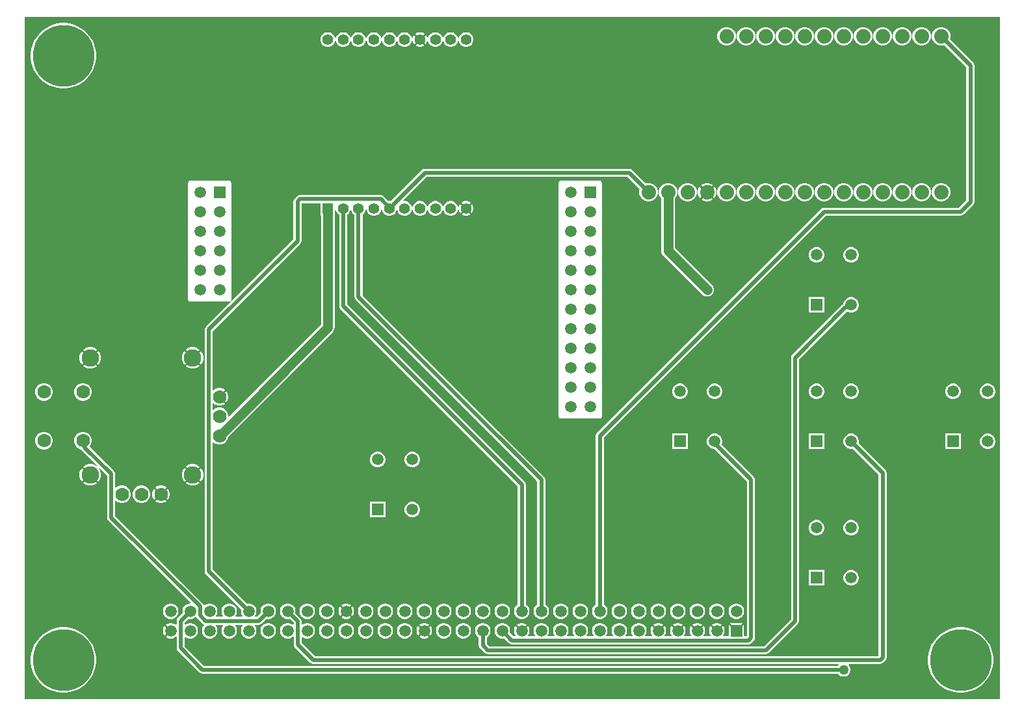
<source format=gbl>
G04*
G04 #@! TF.GenerationSoftware,Altium Limited,Altium Designer,22.9.1 (49)*
G04*
G04 Layer_Physical_Order=2*
G04 Layer_Color=16711680*
%FSLAX24Y24*%
%MOIN*%
G70*
G04*
G04 #@! TF.SameCoordinates,D869CEA3-EDD9-45C0-ACDC-C570693A3B7D*
G04*
G04*
G04 #@! TF.FilePolarity,Positive*
G04*
G01*
G75*
%ADD25C,0.0551*%
%ADD26R,0.0551X0.0551*%
%ADD30C,0.0500*%
%ADD31C,0.0200*%
%ADD32C,0.3150*%
%ADD33R,0.0594X0.0594*%
%ADD34C,0.0594*%
%ADD35C,0.0591*%
%ADD36R,0.0591X0.0591*%
%ADD37R,0.0591X0.0591*%
%ADD38C,0.0700*%
%ADD39C,0.0900*%
%ADD40C,0.0740*%
%ADD41C,0.0157*%
%ADD42C,0.0500*%
G36*
X67500Y10000D02*
X17500D01*
Y45000D01*
X67500D01*
Y10000D01*
D02*
G37*
%LPC*%
G36*
X40191Y44206D02*
X40092D01*
X39997Y44181D01*
X39911Y44131D01*
X39841Y44061D01*
X39792Y43976D01*
X39774Y43909D01*
X39722D01*
X39704Y43976D01*
X39655Y44061D01*
X39585Y44131D01*
X39499Y44181D01*
X39404Y44206D01*
X39305D01*
X39209Y44181D01*
X39124Y44131D01*
X39054Y44061D01*
X39004Y43976D01*
X38987Y43909D01*
X38935D01*
X38917Y43976D01*
X38867Y44061D01*
X38798Y44131D01*
X38712Y44181D01*
X38616Y44206D01*
X38517D01*
X38422Y44181D01*
X38336Y44131D01*
X38266Y44061D01*
X38217Y43976D01*
X38199Y43909D01*
X38147D01*
X38130Y43976D01*
X38080Y44061D01*
X37850Y43831D01*
X38080Y43601D01*
X38130Y43686D01*
X38147Y43752D01*
X38199D01*
X38217Y43686D01*
X38266Y43600D01*
X38336Y43530D01*
X38422Y43481D01*
X38517Y43455D01*
X38616D01*
X38712Y43481D01*
X38798Y43530D01*
X38867Y43600D01*
X38917Y43686D01*
X38935Y43752D01*
X38987D01*
X39004Y43686D01*
X39054Y43600D01*
X39124Y43530D01*
X39209Y43481D01*
X39305Y43455D01*
X39404D01*
X39499Y43481D01*
X39585Y43530D01*
X39655Y43600D01*
X39704Y43686D01*
X39722Y43752D01*
X39774D01*
X39792Y43686D01*
X39841Y43600D01*
X39911Y43530D01*
X39997Y43481D01*
X40092Y43455D01*
X40191D01*
X40287Y43481D01*
X40372Y43530D01*
X40442Y43600D01*
X40492Y43686D01*
X40517Y43781D01*
Y43880D01*
X40492Y43976D01*
X40442Y44061D01*
X40372Y44131D01*
X40287Y44181D01*
X40191Y44206D01*
D02*
G37*
G36*
X37042D02*
X36943D01*
X36847Y44181D01*
X36762Y44131D01*
X36692Y44061D01*
X36642Y43976D01*
X36624Y43909D01*
X36573D01*
X36555Y43976D01*
X36505Y44061D01*
X36435Y44131D01*
X36350Y44181D01*
X36254Y44206D01*
X36155D01*
X36060Y44181D01*
X35974Y44131D01*
X35904Y44061D01*
X35855Y43976D01*
X35837Y43909D01*
X35785D01*
X35767Y43976D01*
X35718Y44061D01*
X35648Y44131D01*
X35562Y44181D01*
X35467Y44206D01*
X35368D01*
X35272Y44181D01*
X35187Y44131D01*
X35117Y44061D01*
X35067Y43976D01*
X35050Y43909D01*
X34998D01*
X34980Y43976D01*
X34930Y44061D01*
X34861Y44131D01*
X34775Y44181D01*
X34679Y44206D01*
X34580D01*
X34485Y44181D01*
X34399Y44131D01*
X34329Y44061D01*
X34280Y43976D01*
X34262Y43909D01*
X34210D01*
X34193Y43976D01*
X34143Y44061D01*
X34073Y44131D01*
X33987Y44181D01*
X33892Y44206D01*
X33793D01*
X33698Y44181D01*
X33612Y44131D01*
X33542Y44061D01*
X33493Y43976D01*
X33475Y43909D01*
X33423D01*
X33405Y43976D01*
X33356Y44061D01*
X33286Y44131D01*
X33200Y44181D01*
X33105Y44206D01*
X33006D01*
X32910Y44181D01*
X32824Y44131D01*
X32755Y44061D01*
X32705Y43976D01*
X32680Y43880D01*
Y43781D01*
X32705Y43686D01*
X32755Y43600D01*
X32824Y43530D01*
X32910Y43481D01*
X33006Y43455D01*
X33105D01*
X33200Y43481D01*
X33286Y43530D01*
X33356Y43600D01*
X33405Y43686D01*
X33423Y43752D01*
X33475D01*
X33493Y43686D01*
X33542Y43600D01*
X33612Y43530D01*
X33698Y43481D01*
X33793Y43455D01*
X33892D01*
X33987Y43481D01*
X34073Y43530D01*
X34143Y43600D01*
X34193Y43686D01*
X34210Y43752D01*
X34262D01*
X34280Y43686D01*
X34329Y43600D01*
X34399Y43530D01*
X34485Y43481D01*
X34580Y43455D01*
X34679D01*
X34775Y43481D01*
X34861Y43530D01*
X34930Y43600D01*
X34980Y43686D01*
X34998Y43752D01*
X35050D01*
X35067Y43686D01*
X35117Y43600D01*
X35187Y43530D01*
X35272Y43481D01*
X35368Y43455D01*
X35467D01*
X35562Y43481D01*
X35648Y43530D01*
X35718Y43600D01*
X35767Y43686D01*
X35785Y43752D01*
X35837D01*
X35855Y43686D01*
X35904Y43600D01*
X35974Y43530D01*
X36060Y43481D01*
X36155Y43455D01*
X36254D01*
X36350Y43481D01*
X36435Y43530D01*
X36505Y43600D01*
X36555Y43686D01*
X36573Y43752D01*
X36624D01*
X36642Y43686D01*
X36692Y43600D01*
X36762Y43530D01*
X36847Y43481D01*
X36943Y43455D01*
X37042D01*
X37137Y43481D01*
X37223Y43530D01*
X37293Y43600D01*
X37342Y43686D01*
X37360Y43752D01*
X37412D01*
X37430Y43686D01*
X37479Y43601D01*
X37709Y43831D01*
X37479Y44061D01*
X37430Y43976D01*
X37412Y43909D01*
X37360D01*
X37342Y43976D01*
X37293Y44061D01*
X37223Y44131D01*
X37137Y44181D01*
X37042Y44206D01*
D02*
G37*
G36*
X37829D02*
X37730D01*
X37635Y44181D01*
X37549Y44132D01*
X37780Y43901D01*
X38010Y44132D01*
X37924Y44181D01*
X37829Y44206D01*
D02*
G37*
G36*
X63562Y44470D02*
X63438D01*
X63319Y44438D01*
X63211Y44376D01*
X63124Y44289D01*
X63062Y44181D01*
X63030Y44062D01*
Y43938D01*
X63062Y43819D01*
X63124Y43711D01*
X63211Y43624D01*
X63319Y43562D01*
X63438Y43530D01*
X63562D01*
X63681Y43562D01*
X63789Y43624D01*
X63876Y43711D01*
X63938Y43819D01*
X63970Y43938D01*
Y44062D01*
X63938Y44181D01*
X63876Y44289D01*
X63789Y44376D01*
X63681Y44438D01*
X63562Y44470D01*
D02*
G37*
G36*
X62562D02*
X62438D01*
X62319Y44438D01*
X62211Y44376D01*
X62124Y44289D01*
X62062Y44181D01*
X62030Y44062D01*
Y43938D01*
X62062Y43819D01*
X62124Y43711D01*
X62211Y43624D01*
X62319Y43562D01*
X62438Y43530D01*
X62562D01*
X62681Y43562D01*
X62789Y43624D01*
X62876Y43711D01*
X62938Y43819D01*
X62970Y43938D01*
Y44062D01*
X62938Y44181D01*
X62876Y44289D01*
X62789Y44376D01*
X62681Y44438D01*
X62562Y44470D01*
D02*
G37*
G36*
X61562D02*
X61438D01*
X61319Y44438D01*
X61211Y44376D01*
X61124Y44289D01*
X61062Y44181D01*
X61030Y44062D01*
Y43938D01*
X61062Y43819D01*
X61124Y43711D01*
X61211Y43624D01*
X61319Y43562D01*
X61438Y43530D01*
X61562D01*
X61681Y43562D01*
X61789Y43624D01*
X61876Y43711D01*
X61938Y43819D01*
X61970Y43938D01*
Y44062D01*
X61938Y44181D01*
X61876Y44289D01*
X61789Y44376D01*
X61681Y44438D01*
X61562Y44470D01*
D02*
G37*
G36*
X60562D02*
X60438D01*
X60319Y44438D01*
X60211Y44376D01*
X60124Y44289D01*
X60062Y44181D01*
X60030Y44062D01*
Y43938D01*
X60062Y43819D01*
X60124Y43711D01*
X60211Y43624D01*
X60319Y43562D01*
X60438Y43530D01*
X60562D01*
X60681Y43562D01*
X60789Y43624D01*
X60876Y43711D01*
X60938Y43819D01*
X60970Y43938D01*
Y44062D01*
X60938Y44181D01*
X60876Y44289D01*
X60789Y44376D01*
X60681Y44438D01*
X60562Y44470D01*
D02*
G37*
G36*
X59562D02*
X59438D01*
X59319Y44438D01*
X59211Y44376D01*
X59124Y44289D01*
X59062Y44181D01*
X59030Y44062D01*
Y43938D01*
X59062Y43819D01*
X59124Y43711D01*
X59211Y43624D01*
X59319Y43562D01*
X59438Y43530D01*
X59562D01*
X59681Y43562D01*
X59789Y43624D01*
X59876Y43711D01*
X59938Y43819D01*
X59970Y43938D01*
Y44062D01*
X59938Y44181D01*
X59876Y44289D01*
X59789Y44376D01*
X59681Y44438D01*
X59562Y44470D01*
D02*
G37*
G36*
X58562D02*
X58438D01*
X58319Y44438D01*
X58211Y44376D01*
X58124Y44289D01*
X58062Y44181D01*
X58030Y44062D01*
Y43938D01*
X58062Y43819D01*
X58124Y43711D01*
X58211Y43624D01*
X58319Y43562D01*
X58438Y43530D01*
X58562D01*
X58681Y43562D01*
X58789Y43624D01*
X58876Y43711D01*
X58938Y43819D01*
X58970Y43938D01*
Y44062D01*
X58938Y44181D01*
X58876Y44289D01*
X58789Y44376D01*
X58681Y44438D01*
X58562Y44470D01*
D02*
G37*
G36*
X57562D02*
X57438D01*
X57319Y44438D01*
X57211Y44376D01*
X57124Y44289D01*
X57062Y44181D01*
X57030Y44062D01*
Y43938D01*
X57062Y43819D01*
X57124Y43711D01*
X57211Y43624D01*
X57319Y43562D01*
X57438Y43530D01*
X57562D01*
X57681Y43562D01*
X57789Y43624D01*
X57876Y43711D01*
X57938Y43819D01*
X57970Y43938D01*
Y44062D01*
X57938Y44181D01*
X57876Y44289D01*
X57789Y44376D01*
X57681Y44438D01*
X57562Y44470D01*
D02*
G37*
G36*
X56562D02*
X56438D01*
X56319Y44438D01*
X56211Y44376D01*
X56124Y44289D01*
X56062Y44181D01*
X56030Y44062D01*
Y43938D01*
X56062Y43819D01*
X56124Y43711D01*
X56211Y43624D01*
X56319Y43562D01*
X56438Y43530D01*
X56562D01*
X56681Y43562D01*
X56789Y43624D01*
X56876Y43711D01*
X56938Y43819D01*
X56970Y43938D01*
Y44062D01*
X56938Y44181D01*
X56876Y44289D01*
X56789Y44376D01*
X56681Y44438D01*
X56562Y44470D01*
D02*
G37*
G36*
X55562D02*
X55438D01*
X55319Y44438D01*
X55211Y44376D01*
X55124Y44289D01*
X55062Y44181D01*
X55030Y44062D01*
Y43938D01*
X55062Y43819D01*
X55124Y43711D01*
X55211Y43624D01*
X55319Y43562D01*
X55438Y43530D01*
X55562D01*
X55681Y43562D01*
X55789Y43624D01*
X55876Y43711D01*
X55938Y43819D01*
X55970Y43938D01*
Y44062D01*
X55938Y44181D01*
X55876Y44289D01*
X55789Y44376D01*
X55681Y44438D01*
X55562Y44470D01*
D02*
G37*
G36*
X54562D02*
X54438D01*
X54319Y44438D01*
X54211Y44376D01*
X54124Y44289D01*
X54062Y44181D01*
X54030Y44062D01*
Y43938D01*
X54062Y43819D01*
X54124Y43711D01*
X54211Y43624D01*
X54319Y43562D01*
X54438Y43530D01*
X54562D01*
X54681Y43562D01*
X54789Y43624D01*
X54876Y43711D01*
X54938Y43819D01*
X54970Y43938D01*
Y44062D01*
X54938Y44181D01*
X54876Y44289D01*
X54789Y44376D01*
X54681Y44438D01*
X54562Y44470D01*
D02*
G37*
G36*
X53562D02*
X53438D01*
X53319Y44438D01*
X53211Y44376D01*
X53124Y44289D01*
X53062Y44181D01*
X53030Y44062D01*
Y43938D01*
X53062Y43819D01*
X53124Y43711D01*
X53211Y43624D01*
X53319Y43562D01*
X53438Y43530D01*
X53562D01*
X53681Y43562D01*
X53789Y43624D01*
X53876Y43711D01*
X53938Y43819D01*
X53970Y43938D01*
Y44062D01*
X53938Y44181D01*
X53876Y44289D01*
X53789Y44376D01*
X53681Y44438D01*
X53562Y44470D01*
D02*
G37*
G36*
X37780Y43760D02*
X37549Y43530D01*
X37635Y43481D01*
X37730Y43455D01*
X37829D01*
X37924Y43481D01*
X38010Y43530D01*
X37780Y43760D01*
D02*
G37*
G36*
X19610Y44675D02*
X19390D01*
X19173Y44646D01*
X18960Y44589D01*
X18758Y44505D01*
X18568Y44396D01*
X18393Y44262D01*
X18238Y44107D01*
X18104Y43932D01*
X17995Y43742D01*
X17911Y43540D01*
X17854Y43327D01*
X17825Y43110D01*
Y42890D01*
X17854Y42673D01*
X17911Y42460D01*
X17995Y42258D01*
X18104Y42068D01*
X18238Y41893D01*
X18393Y41738D01*
X18568Y41604D01*
X18758Y41495D01*
X18960Y41411D01*
X19173Y41354D01*
X19390Y41325D01*
X19610D01*
X19827Y41354D01*
X20040Y41411D01*
X20242Y41495D01*
X20432Y41604D01*
X20607Y41738D01*
X20762Y41893D01*
X20896Y42068D01*
X21005Y42258D01*
X21089Y42460D01*
X21146Y42673D01*
X21175Y42890D01*
Y43110D01*
X21146Y43327D01*
X21089Y43540D01*
X21005Y43742D01*
X20896Y43932D01*
X20762Y44107D01*
X20607Y44262D01*
X20432Y44396D01*
X20242Y44505D01*
X20040Y44589D01*
X19827Y44646D01*
X19610Y44675D01*
D02*
G37*
G36*
X52562Y36470D02*
X52438D01*
X52319Y36438D01*
X52211Y36376D01*
X52203Y36368D01*
X52500Y36071D01*
X52797Y36368D01*
X52789Y36376D01*
X52681Y36438D01*
X52562Y36470D01*
D02*
G37*
G36*
X52868Y36297D02*
X52571Y36000D01*
X52868Y35703D01*
X52876Y35711D01*
X52938Y35819D01*
X52970Y35938D01*
Y36062D01*
X52938Y36181D01*
X52876Y36289D01*
X52868Y36297D01*
D02*
G37*
G36*
X52132D02*
X52124Y36289D01*
X52062Y36181D01*
X52030Y36062D01*
Y35938D01*
X52062Y35819D01*
X52124Y35711D01*
X52132Y35703D01*
X52429Y36000D01*
X52132Y36297D01*
D02*
G37*
G36*
X64562Y36470D02*
X64438D01*
X64319Y36438D01*
X64211Y36376D01*
X64124Y36289D01*
X64062Y36181D01*
X64030Y36062D01*
Y35938D01*
X64062Y35819D01*
X64124Y35711D01*
X64211Y35624D01*
X64319Y35562D01*
X64438Y35530D01*
X64562D01*
X64681Y35562D01*
X64789Y35624D01*
X64876Y35711D01*
X64938Y35819D01*
X64970Y35938D01*
Y36062D01*
X64938Y36181D01*
X64876Y36289D01*
X64789Y36376D01*
X64681Y36438D01*
X64562Y36470D01*
D02*
G37*
G36*
X63562D02*
X63438D01*
X63319Y36438D01*
X63211Y36376D01*
X63124Y36289D01*
X63062Y36181D01*
X63030Y36062D01*
Y35938D01*
X63062Y35819D01*
X63124Y35711D01*
X63211Y35624D01*
X63319Y35562D01*
X63438Y35530D01*
X63562D01*
X63681Y35562D01*
X63789Y35624D01*
X63876Y35711D01*
X63938Y35819D01*
X63970Y35938D01*
Y36062D01*
X63938Y36181D01*
X63876Y36289D01*
X63789Y36376D01*
X63681Y36438D01*
X63562Y36470D01*
D02*
G37*
G36*
X62562D02*
X62438D01*
X62319Y36438D01*
X62211Y36376D01*
X62124Y36289D01*
X62062Y36181D01*
X62030Y36062D01*
Y35938D01*
X62062Y35819D01*
X62124Y35711D01*
X62211Y35624D01*
X62319Y35562D01*
X62438Y35530D01*
X62562D01*
X62681Y35562D01*
X62789Y35624D01*
X62876Y35711D01*
X62938Y35819D01*
X62970Y35938D01*
Y36062D01*
X62938Y36181D01*
X62876Y36289D01*
X62789Y36376D01*
X62681Y36438D01*
X62562Y36470D01*
D02*
G37*
G36*
X61562D02*
X61438D01*
X61319Y36438D01*
X61211Y36376D01*
X61124Y36289D01*
X61062Y36181D01*
X61030Y36062D01*
Y35938D01*
X61062Y35819D01*
X61124Y35711D01*
X61211Y35624D01*
X61319Y35562D01*
X61438Y35530D01*
X61562D01*
X61681Y35562D01*
X61789Y35624D01*
X61876Y35711D01*
X61938Y35819D01*
X61970Y35938D01*
Y36062D01*
X61938Y36181D01*
X61876Y36289D01*
X61789Y36376D01*
X61681Y36438D01*
X61562Y36470D01*
D02*
G37*
G36*
X60562D02*
X60438D01*
X60319Y36438D01*
X60211Y36376D01*
X60124Y36289D01*
X60062Y36181D01*
X60030Y36062D01*
Y35938D01*
X60062Y35819D01*
X60124Y35711D01*
X60211Y35624D01*
X60319Y35562D01*
X60438Y35530D01*
X60562D01*
X60681Y35562D01*
X60789Y35624D01*
X60876Y35711D01*
X60938Y35819D01*
X60970Y35938D01*
Y36062D01*
X60938Y36181D01*
X60876Y36289D01*
X60789Y36376D01*
X60681Y36438D01*
X60562Y36470D01*
D02*
G37*
G36*
X59562D02*
X59438D01*
X59319Y36438D01*
X59211Y36376D01*
X59124Y36289D01*
X59062Y36181D01*
X59030Y36062D01*
Y35938D01*
X59062Y35819D01*
X59124Y35711D01*
X59211Y35624D01*
X59319Y35562D01*
X59438Y35530D01*
X59562D01*
X59681Y35562D01*
X59789Y35624D01*
X59876Y35711D01*
X59938Y35819D01*
X59970Y35938D01*
Y36062D01*
X59938Y36181D01*
X59876Y36289D01*
X59789Y36376D01*
X59681Y36438D01*
X59562Y36470D01*
D02*
G37*
G36*
X58562D02*
X58438D01*
X58319Y36438D01*
X58211Y36376D01*
X58124Y36289D01*
X58062Y36181D01*
X58030Y36062D01*
Y35938D01*
X58062Y35819D01*
X58124Y35711D01*
X58211Y35624D01*
X58319Y35562D01*
X58438Y35530D01*
X58562D01*
X58681Y35562D01*
X58789Y35624D01*
X58876Y35711D01*
X58938Y35819D01*
X58970Y35938D01*
Y36062D01*
X58938Y36181D01*
X58876Y36289D01*
X58789Y36376D01*
X58681Y36438D01*
X58562Y36470D01*
D02*
G37*
G36*
X57562D02*
X57438D01*
X57319Y36438D01*
X57211Y36376D01*
X57124Y36289D01*
X57062Y36181D01*
X57030Y36062D01*
Y35938D01*
X57062Y35819D01*
X57124Y35711D01*
X57211Y35624D01*
X57319Y35562D01*
X57438Y35530D01*
X57562D01*
X57681Y35562D01*
X57789Y35624D01*
X57876Y35711D01*
X57938Y35819D01*
X57970Y35938D01*
Y36062D01*
X57938Y36181D01*
X57876Y36289D01*
X57789Y36376D01*
X57681Y36438D01*
X57562Y36470D01*
D02*
G37*
G36*
X56562D02*
X56438D01*
X56319Y36438D01*
X56211Y36376D01*
X56124Y36289D01*
X56062Y36181D01*
X56030Y36062D01*
Y35938D01*
X56062Y35819D01*
X56124Y35711D01*
X56211Y35624D01*
X56319Y35562D01*
X56438Y35530D01*
X56562D01*
X56681Y35562D01*
X56789Y35624D01*
X56876Y35711D01*
X56938Y35819D01*
X56970Y35938D01*
Y36062D01*
X56938Y36181D01*
X56876Y36289D01*
X56789Y36376D01*
X56681Y36438D01*
X56562Y36470D01*
D02*
G37*
G36*
X55562D02*
X55438D01*
X55319Y36438D01*
X55211Y36376D01*
X55124Y36289D01*
X55062Y36181D01*
X55030Y36062D01*
Y35938D01*
X55062Y35819D01*
X55124Y35711D01*
X55211Y35624D01*
X55319Y35562D01*
X55438Y35530D01*
X55562D01*
X55681Y35562D01*
X55789Y35624D01*
X55876Y35711D01*
X55938Y35819D01*
X55970Y35938D01*
Y36062D01*
X55938Y36181D01*
X55876Y36289D01*
X55789Y36376D01*
X55681Y36438D01*
X55562Y36470D01*
D02*
G37*
G36*
X54562D02*
X54438D01*
X54319Y36438D01*
X54211Y36376D01*
X54124Y36289D01*
X54062Y36181D01*
X54030Y36062D01*
Y35938D01*
X54062Y35819D01*
X54124Y35711D01*
X54211Y35624D01*
X54319Y35562D01*
X54438Y35530D01*
X54562D01*
X54681Y35562D01*
X54789Y35624D01*
X54876Y35711D01*
X54938Y35819D01*
X54970Y35938D01*
Y36062D01*
X54938Y36181D01*
X54876Y36289D01*
X54789Y36376D01*
X54681Y36438D01*
X54562Y36470D01*
D02*
G37*
G36*
X53562D02*
X53438D01*
X53319Y36438D01*
X53211Y36376D01*
X53124Y36289D01*
X53062Y36181D01*
X53030Y36062D01*
Y35938D01*
X53062Y35819D01*
X53124Y35711D01*
X53211Y35624D01*
X53319Y35562D01*
X53438Y35530D01*
X53562D01*
X53681Y35562D01*
X53789Y35624D01*
X53876Y35711D01*
X53938Y35819D01*
X53970Y35938D01*
Y36062D01*
X53938Y36181D01*
X53876Y36289D01*
X53789Y36376D01*
X53681Y36438D01*
X53562Y36470D01*
D02*
G37*
G36*
X52500Y35929D02*
X52203Y35632D01*
X52211Y35624D01*
X52319Y35562D01*
X52438Y35530D01*
X52562D01*
X52681Y35562D01*
X52789Y35624D01*
X52797Y35632D01*
X52500Y35929D01*
D02*
G37*
G36*
X51562Y36470D02*
X51438D01*
X51319Y36438D01*
X51211Y36376D01*
X51124Y36289D01*
X51062Y36181D01*
X51030Y36062D01*
Y35938D01*
X51062Y35819D01*
X51124Y35711D01*
X51211Y35624D01*
X51319Y35562D01*
X51438Y35530D01*
X51562D01*
X51681Y35562D01*
X51789Y35624D01*
X51876Y35711D01*
X51938Y35819D01*
X51970Y35938D01*
Y36062D01*
X51938Y36181D01*
X51876Y36289D01*
X51789Y36376D01*
X51681Y36438D01*
X51562Y36470D01*
D02*
G37*
G36*
X48500Y37204D02*
X38035D01*
X37957Y37188D01*
X37891Y37144D01*
X37891Y37144D01*
X36284Y35537D01*
X36254Y35545D01*
X36155D01*
X35911Y35789D01*
X35845Y35833D01*
X35767Y35849D01*
X31617D01*
X31539Y35833D01*
X31473Y35789D01*
X31473Y35789D01*
X31356Y35672D01*
X31312Y35606D01*
X31296Y35528D01*
Y33584D01*
X28118Y30406D01*
X28079Y30438D01*
X28094Y30461D01*
X28102Y30500D01*
Y36500D01*
X28094Y36539D01*
X28072Y36572D01*
X28039Y36594D01*
X28000Y36602D01*
X26000D01*
X25961Y36594D01*
X25928Y36572D01*
X25906Y36539D01*
X25898Y36500D01*
Y30500D01*
X25906Y30461D01*
X25928Y30428D01*
X25961Y30406D01*
X26000Y30398D01*
X28000D01*
X28039Y30406D01*
X28062Y30421D01*
X28094Y30382D01*
X26806Y29094D01*
X26762Y29028D01*
X26746Y28950D01*
Y16550D01*
X26762Y16472D01*
X26806Y16406D01*
X26806Y16406D01*
X28616Y14595D01*
X28605Y14552D01*
Y14448D01*
X28632Y14347D01*
X28684Y14257D01*
X28686Y14255D01*
X28667Y14209D01*
X28333D01*
X28314Y14255D01*
X28316Y14257D01*
X28368Y14347D01*
X28395Y14448D01*
Y14552D01*
X28368Y14653D01*
X28316Y14743D01*
X28243Y14816D01*
X28153Y14868D01*
X28052Y14895D01*
X27948D01*
X27847Y14868D01*
X27757Y14816D01*
X27684Y14743D01*
X27632Y14653D01*
X27605Y14552D01*
Y14448D01*
X27632Y14347D01*
X27684Y14257D01*
X27686Y14255D01*
X27667Y14209D01*
X27333D01*
X27314Y14255D01*
X27316Y14257D01*
X27368Y14347D01*
X27395Y14448D01*
Y14552D01*
X27368Y14653D01*
X27316Y14743D01*
X27243Y14816D01*
X27153Y14868D01*
X27052Y14895D01*
X26948D01*
X26847Y14868D01*
X26757Y14816D01*
X26742Y14801D01*
X26695Y14816D01*
X26693Y14823D01*
X26649Y14889D01*
X26649Y14889D01*
X22154Y19384D01*
Y20144D01*
X22200Y20163D01*
X22224Y20140D01*
X22326Y20081D01*
X22441Y20050D01*
X22559D01*
X22674Y20081D01*
X22776Y20140D01*
X22860Y20224D01*
X22919Y20326D01*
X22950Y20441D01*
Y20559D01*
X22919Y20674D01*
X22860Y20776D01*
X22776Y20860D01*
X22674Y20919D01*
X22559Y20950D01*
X22441D01*
X22326Y20919D01*
X22224Y20860D01*
X22200Y20837D01*
X22154Y20856D01*
Y21550D01*
X22138Y21628D01*
X22094Y21694D01*
X20837Y22951D01*
X20860Y22974D01*
X20919Y23076D01*
X20950Y23191D01*
Y23309D01*
X20919Y23424D01*
X20860Y23526D01*
X20776Y23610D01*
X20674Y23669D01*
X20559Y23700D01*
X20441D01*
X20326Y23669D01*
X20224Y23610D01*
X20140Y23526D01*
X20081Y23424D01*
X20050Y23309D01*
Y23191D01*
X20081Y23076D01*
X20140Y22974D01*
X20224Y22890D01*
X20326Y22831D01*
X20421Y22805D01*
X20451Y22760D01*
X21215Y21996D01*
X21185Y21956D01*
X21087Y22013D01*
X20947Y22050D01*
X20803D01*
X20663Y22013D01*
X20537Y21940D01*
X20521Y21924D01*
X20910Y21535D01*
X20875Y21500D01*
D01*
X20910Y21535D01*
X21299Y21146D01*
X21315Y21162D01*
X21388Y21288D01*
X21425Y21428D01*
Y21572D01*
X21388Y21712D01*
X21331Y21810D01*
X21371Y21840D01*
X21746Y21466D01*
Y19300D01*
X21762Y19222D01*
X21806Y19156D01*
X26016Y14945D01*
X25996Y14895D01*
X25948D01*
X25847Y14868D01*
X25757Y14816D01*
X25684Y14743D01*
X25632Y14653D01*
X25605Y14552D01*
Y14448D01*
X25616Y14405D01*
X25361Y14149D01*
X25316Y14083D01*
X25301Y14005D01*
Y13824D01*
X25255Y13804D01*
X25243Y13816D01*
X25153Y13868D01*
X25052Y13895D01*
X24948D01*
X24847Y13868D01*
X24757Y13816D01*
X24756Y13815D01*
X25035Y13535D01*
X25000Y13500D01*
X25035Y13465D01*
X24756Y13185D01*
X24757Y13184D01*
X24847Y13132D01*
X24948Y13105D01*
X25052D01*
X25153Y13132D01*
X25243Y13184D01*
X25255Y13196D01*
X25301Y13176D01*
Y12612D01*
X25316Y12534D01*
X25361Y12468D01*
X26473Y11356D01*
X26539Y11312D01*
X26617Y11296D01*
X59214D01*
X59220Y11285D01*
X59285Y11220D01*
X59365Y11174D01*
X59454Y11150D01*
X59546D01*
X59635Y11174D01*
X59715Y11220D01*
X59780Y11285D01*
X59826Y11365D01*
X59850Y11454D01*
Y11546D01*
X59826Y11635D01*
X59780Y11715D01*
X59749Y11746D01*
X59770Y11796D01*
X61383D01*
X61461Y11812D01*
X61527Y11856D01*
X61644Y11973D01*
X61644Y11973D01*
X61688Y12039D01*
X61704Y12117D01*
Y21606D01*
X61688Y21684D01*
X61644Y21750D01*
X60271Y23124D01*
X60283Y23168D01*
Y23273D01*
X60256Y23374D01*
X60203Y23464D01*
X60129Y23538D01*
X60039Y23590D01*
X59938Y23617D01*
X59834D01*
X59733Y23590D01*
X59642Y23538D01*
X59568Y23464D01*
X59516Y23374D01*
X59489Y23273D01*
Y23168D01*
X59516Y23067D01*
X59568Y22977D01*
X59642Y22903D01*
X59733Y22851D01*
X59834Y22824D01*
X59938D01*
X59982Y22836D01*
X61296Y21522D01*
Y12204D01*
X32384D01*
X31709Y12879D01*
Y13167D01*
X31755Y13186D01*
X31757Y13184D01*
X31847Y13132D01*
X31948Y13105D01*
X32052D01*
X32153Y13132D01*
X32243Y13184D01*
X32316Y13257D01*
X32368Y13347D01*
X32395Y13448D01*
Y13552D01*
X32368Y13653D01*
X32316Y13743D01*
X32243Y13816D01*
X32153Y13868D01*
X32052Y13895D01*
X31948D01*
X31847Y13868D01*
X31757Y13816D01*
X31755Y13814D01*
X31709Y13833D01*
Y13995D01*
X31709Y13995D01*
X31693Y14073D01*
X31649Y14139D01*
X31649Y14139D01*
X31384Y14405D01*
X31395Y14448D01*
Y14552D01*
X31368Y14653D01*
X31316Y14743D01*
X31243Y14816D01*
X31153Y14868D01*
X31052Y14895D01*
X30948D01*
X30847Y14868D01*
X30757Y14816D01*
X30684Y14743D01*
X30632Y14653D01*
X30605Y14552D01*
Y14448D01*
X30632Y14347D01*
X30684Y14257D01*
X30757Y14184D01*
X30847Y14132D01*
X30948Y14105D01*
X31052D01*
X31095Y14116D01*
X31301Y13911D01*
Y13824D01*
X31255Y13804D01*
X31243Y13816D01*
X31153Y13868D01*
X31052Y13895D01*
X30948D01*
X30847Y13868D01*
X30757Y13816D01*
X30684Y13743D01*
X30632Y13653D01*
X30605Y13552D01*
Y13448D01*
X30632Y13347D01*
X30684Y13257D01*
X30757Y13184D01*
X30847Y13132D01*
X30948Y13105D01*
X31052D01*
X31153Y13132D01*
X31243Y13184D01*
X31255Y13196D01*
X31301Y13176D01*
Y12795D01*
X31316Y12717D01*
X31361Y12651D01*
X32155Y11856D01*
X32222Y11812D01*
X32300Y11796D01*
X32300Y11796D01*
X59230D01*
X59251Y11746D01*
X59220Y11715D01*
X59214Y11704D01*
X26702D01*
X25709Y12697D01*
Y13167D01*
X25755Y13186D01*
X25757Y13184D01*
X25847Y13132D01*
X25948Y13105D01*
X26052D01*
X26153Y13132D01*
X26243Y13184D01*
X26316Y13257D01*
X26368Y13347D01*
X26395Y13448D01*
Y13552D01*
X26368Y13653D01*
X26316Y13743D01*
X26243Y13816D01*
X26153Y13868D01*
X26052Y13895D01*
X25948D01*
X25847Y13868D01*
X25757Y13816D01*
X25755Y13814D01*
X25709Y13833D01*
Y13920D01*
X25905Y14116D01*
X25948Y14105D01*
X26052D01*
X26153Y14132D01*
X26243Y14184D01*
X26270Y14211D01*
X26328Y14199D01*
X26361Y14151D01*
X26651Y13861D01*
X26699Y13828D01*
X26711Y13770D01*
X26684Y13743D01*
X26632Y13653D01*
X26605Y13552D01*
Y13448D01*
X26632Y13347D01*
X26684Y13257D01*
X26757Y13184D01*
X26847Y13132D01*
X26948Y13105D01*
X27052D01*
X27153Y13132D01*
X27243Y13184D01*
X27316Y13257D01*
X27368Y13347D01*
X27395Y13448D01*
Y13552D01*
X27368Y13653D01*
X27316Y13743D01*
X27304Y13755D01*
X27324Y13801D01*
X27676D01*
X27696Y13755D01*
X27684Y13743D01*
X27632Y13653D01*
X27605Y13552D01*
Y13448D01*
X27632Y13347D01*
X27684Y13257D01*
X27757Y13184D01*
X27847Y13132D01*
X27948Y13105D01*
X28052D01*
X28153Y13132D01*
X28243Y13184D01*
X28316Y13257D01*
X28368Y13347D01*
X28395Y13448D01*
Y13552D01*
X28368Y13653D01*
X28316Y13743D01*
X28304Y13755D01*
X28324Y13801D01*
X28676D01*
X28696Y13755D01*
X28684Y13743D01*
X28632Y13653D01*
X28605Y13552D01*
Y13448D01*
X28632Y13347D01*
X28684Y13257D01*
X28757Y13184D01*
X28847Y13132D01*
X28948Y13105D01*
X29052D01*
X29153Y13132D01*
X29243Y13184D01*
X29316Y13257D01*
X29368Y13347D01*
X29395Y13448D01*
Y13552D01*
X29368Y13653D01*
X29316Y13743D01*
X29304Y13755D01*
X29324Y13801D01*
X29505D01*
X29583Y13816D01*
X29649Y13861D01*
X29905Y14116D01*
X29948Y14105D01*
X30052D01*
X30153Y14132D01*
X30243Y14184D01*
X30316Y14257D01*
X30368Y14347D01*
X30395Y14448D01*
Y14552D01*
X30368Y14653D01*
X30316Y14743D01*
X30243Y14816D01*
X30153Y14868D01*
X30052Y14895D01*
X29948D01*
X29847Y14868D01*
X29757Y14816D01*
X29684Y14743D01*
X29632Y14653D01*
X29605Y14552D01*
Y14448D01*
X29616Y14405D01*
X29420Y14209D01*
X29333D01*
X29314Y14255D01*
X29316Y14257D01*
X29368Y14347D01*
X29395Y14448D01*
Y14552D01*
X29368Y14653D01*
X29316Y14743D01*
X29243Y14816D01*
X29153Y14868D01*
X29052Y14895D01*
X28948D01*
X28905Y14884D01*
X27154Y16634D01*
Y23144D01*
X27200Y23163D01*
X27224Y23140D01*
X27326Y23081D01*
X27441Y23050D01*
X27559D01*
X27674Y23081D01*
X27776Y23140D01*
X27860Y23224D01*
X27919Y23326D01*
X27950Y23441D01*
Y23451D01*
X33305Y28805D01*
X33361Y28879D01*
X33396Y28964D01*
X33408Y29055D01*
Y34794D01*
X33431D01*
Y35062D01*
X33481Y35068D01*
X33493Y35024D01*
X33542Y34939D01*
X33612Y34869D01*
X33639Y34853D01*
Y30157D01*
X33654Y30079D01*
X33698Y30013D01*
X42796Y20916D01*
Y14839D01*
X42757Y14816D01*
X42684Y14743D01*
X42632Y14653D01*
X42605Y14552D01*
Y14448D01*
X42632Y14347D01*
X42684Y14257D01*
X42757Y14184D01*
X42847Y14132D01*
X42948Y14105D01*
X43052D01*
X43153Y14132D01*
X43243Y14184D01*
X43316Y14257D01*
X43368Y14347D01*
X43395Y14448D01*
Y14552D01*
X43368Y14653D01*
X43316Y14743D01*
X43243Y14816D01*
X43204Y14839D01*
Y21000D01*
X43188Y21078D01*
X43144Y21144D01*
X34046Y30242D01*
Y34853D01*
X34073Y34869D01*
X34143Y34939D01*
X34193Y35024D01*
X34210Y35091D01*
X34262D01*
X34280Y35024D01*
X34329Y34939D01*
X34399Y34869D01*
X34426Y34853D01*
Y30620D01*
X34442Y30542D01*
X34486Y30476D01*
X43796Y21166D01*
Y14839D01*
X43757Y14816D01*
X43684Y14743D01*
X43632Y14653D01*
X43605Y14552D01*
Y14448D01*
X43632Y14347D01*
X43684Y14257D01*
X43757Y14184D01*
X43847Y14132D01*
X43948Y14105D01*
X44052D01*
X44153Y14132D01*
X44243Y14184D01*
X44316Y14257D01*
X44368Y14347D01*
X44395Y14448D01*
Y14552D01*
X44368Y14653D01*
X44316Y14743D01*
X44243Y14816D01*
X44204Y14839D01*
Y21250D01*
X44188Y21328D01*
X44144Y21394D01*
X34834Y30705D01*
Y34853D01*
X34861Y34869D01*
X34930Y34939D01*
X34980Y35024D01*
X34998Y35091D01*
X35050D01*
X35067Y35024D01*
X35117Y34939D01*
X35187Y34869D01*
X35272Y34819D01*
X35368Y34794D01*
X35467D01*
X35562Y34819D01*
X35648Y34869D01*
X35718Y34939D01*
X35767Y35024D01*
X35785Y35091D01*
X35837D01*
X35855Y35024D01*
X35904Y34939D01*
X35974Y34869D01*
X36060Y34819D01*
X36155Y34794D01*
X36254D01*
X36350Y34819D01*
X36435Y34869D01*
X36505Y34939D01*
X36555Y35024D01*
X36573Y35091D01*
X36624D01*
X36642Y35024D01*
X36692Y34939D01*
X36762Y34869D01*
X36847Y34819D01*
X36943Y34794D01*
X37042D01*
X37137Y34819D01*
X37223Y34869D01*
X37293Y34939D01*
X37342Y35024D01*
X37360Y35091D01*
X37412D01*
X37430Y35024D01*
X37479Y34939D01*
X37549Y34869D01*
X37635Y34819D01*
X37730Y34794D01*
X37829D01*
X37924Y34819D01*
X38010Y34869D01*
X38080Y34939D01*
X38130Y35024D01*
X38147Y35091D01*
X38199D01*
X38217Y35024D01*
X38266Y34939D01*
X38336Y34869D01*
X38422Y34819D01*
X38517Y34794D01*
X38616D01*
X38712Y34819D01*
X38798Y34869D01*
X38867Y34939D01*
X38917Y35024D01*
X38935Y35091D01*
X38987D01*
X39004Y35024D01*
X39054Y34939D01*
X39124Y34869D01*
X39209Y34819D01*
X39305Y34794D01*
X39404D01*
X39499Y34819D01*
X39585Y34869D01*
X39655Y34939D01*
X39704Y35024D01*
X39722Y35091D01*
X39774D01*
X39792Y35024D01*
X39841Y34939D01*
X40071Y35169D01*
X39841Y35399D01*
X39792Y35314D01*
X39774Y35248D01*
X39722D01*
X39704Y35314D01*
X39655Y35400D01*
X39585Y35470D01*
X39499Y35519D01*
X39404Y35545D01*
X39305D01*
X39209Y35519D01*
X39124Y35470D01*
X39054Y35400D01*
X39004Y35314D01*
X38987Y35248D01*
X38935D01*
X38917Y35314D01*
X38867Y35400D01*
X38798Y35470D01*
X38712Y35519D01*
X38616Y35545D01*
X38517D01*
X38422Y35519D01*
X38336Y35470D01*
X38266Y35400D01*
X38217Y35314D01*
X38199Y35248D01*
X38147D01*
X38130Y35314D01*
X38080Y35400D01*
X38010Y35470D01*
X37924Y35519D01*
X37829Y35545D01*
X37730D01*
X37635Y35519D01*
X37549Y35470D01*
X37479Y35400D01*
X37430Y35314D01*
X37412Y35248D01*
X37360D01*
X37342Y35314D01*
X37293Y35400D01*
X37223Y35470D01*
X37137Y35519D01*
X37042Y35545D01*
X36943D01*
X36938Y35544D01*
X36912Y35589D01*
X38120Y36796D01*
X48416D01*
X49055Y36156D01*
X49030Y36062D01*
Y35938D01*
X49062Y35819D01*
X49124Y35711D01*
X49211Y35624D01*
X49319Y35562D01*
X49438Y35530D01*
X49562D01*
X49681Y35562D01*
X49789Y35624D01*
X49876Y35711D01*
X49938Y35819D01*
X49970Y35938D01*
Y36062D01*
X49938Y36181D01*
X49876Y36289D01*
X49789Y36376D01*
X49681Y36438D01*
X49562Y36470D01*
X49438D01*
X49344Y36445D01*
X48644Y37144D01*
X48578Y37188D01*
X48500Y37204D01*
D02*
G37*
G36*
X40191Y35545D02*
X40092D01*
X39997Y35519D01*
X39912Y35470D01*
X40142Y35240D01*
X40372Y35470D01*
X40287Y35519D01*
X40191Y35545D01*
D02*
G37*
G36*
X40443Y35399D02*
X40212Y35169D01*
X40443Y34939D01*
X40492Y35024D01*
X40517Y35120D01*
Y35219D01*
X40492Y35314D01*
X40443Y35399D01*
D02*
G37*
G36*
X40142Y35099D02*
X39912Y34868D01*
X39997Y34819D01*
X40092Y34794D01*
X40191D01*
X40287Y34819D01*
X40372Y34868D01*
X40142Y35099D01*
D02*
G37*
G36*
X59938Y33176D02*
X59834D01*
X59733Y33149D01*
X59642Y33097D01*
X59568Y33023D01*
X59516Y32933D01*
X59489Y32832D01*
Y32727D01*
X59516Y32626D01*
X59568Y32536D01*
X59642Y32462D01*
X59733Y32410D01*
X59834Y32383D01*
X59938D01*
X60039Y32410D01*
X60129Y32462D01*
X60203Y32536D01*
X60256Y32626D01*
X60283Y32727D01*
Y32832D01*
X60256Y32933D01*
X60203Y33023D01*
X60129Y33097D01*
X60039Y33149D01*
X59938Y33176D01*
D02*
G37*
G36*
X58166D02*
X58062D01*
X57961Y33149D01*
X57870Y33097D01*
X57797Y33023D01*
X57744Y32933D01*
X57717Y32832D01*
Y32727D01*
X57744Y32626D01*
X57797Y32536D01*
X57870Y32462D01*
X57961Y32410D01*
X58062Y32383D01*
X58166D01*
X58267Y32410D01*
X58358Y32462D01*
X58432Y32536D01*
X58484Y32626D01*
X58511Y32727D01*
Y32832D01*
X58484Y32933D01*
X58432Y33023D01*
X58358Y33097D01*
X58267Y33149D01*
X58166Y33176D01*
D02*
G37*
G36*
X50562Y36470D02*
X50438D01*
X50319Y36438D01*
X50211Y36376D01*
X50124Y36289D01*
X50062Y36181D01*
X50030Y36062D01*
Y35938D01*
X50062Y35819D01*
X50124Y35711D01*
X50147Y35688D01*
Y33000D01*
X50159Y32909D01*
X50194Y32823D01*
X50250Y32750D01*
X52250Y30750D01*
X52269Y30736D01*
X52285Y30720D01*
X52305Y30708D01*
X52323Y30694D01*
X52345Y30685D01*
X52365Y30674D01*
X52387Y30668D01*
X52409Y30659D01*
X52432Y30656D01*
X52454Y30650D01*
X52477D01*
X52500Y30647D01*
X52523Y30650D01*
X52546D01*
X52568Y30656D01*
X52591Y30659D01*
X52613Y30668D01*
X52635Y30674D01*
X52655Y30685D01*
X52677Y30694D01*
X52695Y30708D01*
X52715Y30720D01*
X52731Y30736D01*
X52750Y30750D01*
X52764Y30769D01*
X52780Y30785D01*
X52792Y30805D01*
X52806Y30823D01*
X52815Y30845D01*
X52826Y30865D01*
X52832Y30887D01*
X52841Y30909D01*
X52844Y30932D01*
X52850Y30954D01*
Y30977D01*
X52853Y31000D01*
X52850Y31023D01*
Y31046D01*
X52844Y31068D01*
X52841Y31091D01*
X52832Y31113D01*
X52826Y31135D01*
X52815Y31155D01*
X52806Y31177D01*
X52792Y31195D01*
X52780Y31215D01*
X52764Y31231D01*
X52750Y31250D01*
X50853Y33146D01*
Y35688D01*
X50876Y35711D01*
X50938Y35819D01*
X50970Y35938D01*
Y36062D01*
X50938Y36181D01*
X50876Y36289D01*
X50789Y36376D01*
X50681Y36438D01*
X50562Y36470D01*
D02*
G37*
G36*
X59938Y30617D02*
X59834D01*
X59733Y30590D01*
X59642Y30538D01*
X59568Y30464D01*
X59516Y30374D01*
X59489Y30273D01*
Y30260D01*
X59437Y30225D01*
X56860Y27648D01*
X56816Y27582D01*
X56800Y27504D01*
Y14089D01*
X55416Y12704D01*
X41334D01*
X41204Y12834D01*
Y13161D01*
X41243Y13184D01*
X41316Y13257D01*
X41368Y13347D01*
X41395Y13448D01*
Y13552D01*
X41368Y13653D01*
X41316Y13743D01*
X41243Y13816D01*
X41153Y13868D01*
X41052Y13895D01*
X40948D01*
X40847Y13868D01*
X40757Y13816D01*
X40684Y13743D01*
X40632Y13653D01*
X40605Y13552D01*
Y13448D01*
X40632Y13347D01*
X40684Y13257D01*
X40757Y13184D01*
X40796Y13161D01*
Y12750D01*
X40812Y12672D01*
X40856Y12606D01*
X41106Y12356D01*
X41172Y12312D01*
X41250Y12296D01*
X55500D01*
X55578Y12312D01*
X55644Y12356D01*
X57148Y13860D01*
X57193Y13926D01*
X57208Y14004D01*
X57208Y14004D01*
Y27420D01*
X59672Y29884D01*
X59675Y29884D01*
X59733Y29851D01*
X59834Y29824D01*
X59938D01*
X60039Y29851D01*
X60129Y29903D01*
X60203Y29977D01*
X60256Y30067D01*
X60283Y30168D01*
Y30273D01*
X60256Y30374D01*
X60203Y30464D01*
X60129Y30538D01*
X60039Y30590D01*
X59938Y30617D01*
D02*
G37*
G36*
X58511D02*
X57717D01*
Y29824D01*
X58511D01*
Y30617D01*
D02*
G37*
G36*
X26197Y28050D02*
X26053D01*
X25913Y28013D01*
X25787Y27940D01*
X25771Y27924D01*
X26125Y27571D01*
X26479Y27924D01*
X26463Y27940D01*
X26337Y28013D01*
X26197Y28050D01*
D02*
G37*
G36*
X20947D02*
X20803D01*
X20663Y28013D01*
X20537Y27940D01*
X20521Y27924D01*
X20875Y27571D01*
X21229Y27924D01*
X21213Y27940D01*
X21087Y28013D01*
X20947Y28050D01*
D02*
G37*
G36*
X25701Y27854D02*
X25685Y27838D01*
X25612Y27712D01*
X25575Y27572D01*
Y27428D01*
X25612Y27288D01*
X25685Y27162D01*
X25701Y27146D01*
X26054Y27500D01*
X25701Y27854D01*
D02*
G37*
G36*
X20451D02*
X20435Y27838D01*
X20362Y27712D01*
X20325Y27572D01*
Y27428D01*
X20362Y27288D01*
X20435Y27162D01*
X20451Y27146D01*
X20804Y27500D01*
X20451Y27854D01*
D02*
G37*
G36*
X26549D02*
X26196Y27500D01*
X26549Y27146D01*
X26565Y27162D01*
X26638Y27288D01*
X26675Y27428D01*
Y27572D01*
X26638Y27712D01*
X26565Y27838D01*
X26549Y27854D01*
D02*
G37*
G36*
X21299D02*
X20946Y27500D01*
X21299Y27146D01*
X21315Y27162D01*
X21388Y27288D01*
X21425Y27428D01*
Y27572D01*
X21388Y27712D01*
X21315Y27838D01*
X21299Y27854D01*
D02*
G37*
G36*
X26125Y27429D02*
X25771Y27076D01*
X25787Y27060D01*
X25913Y26987D01*
X26053Y26950D01*
X26197D01*
X26337Y26987D01*
X26463Y27060D01*
X26479Y27076D01*
X26125Y27429D01*
D02*
G37*
G36*
X20875D02*
X20521Y27076D01*
X20537Y27060D01*
X20663Y26987D01*
X20803Y26950D01*
X20947D01*
X21087Y26987D01*
X21213Y27060D01*
X21229Y27076D01*
X20875Y27429D01*
D02*
G37*
G36*
X66938Y26176D02*
X66834D01*
X66733Y26149D01*
X66642Y26097D01*
X66568Y26023D01*
X66516Y25933D01*
X66489Y25832D01*
Y25727D01*
X66516Y25626D01*
X66568Y25536D01*
X66642Y25462D01*
X66733Y25410D01*
X66834Y25383D01*
X66938D01*
X67039Y25410D01*
X67130Y25462D01*
X67203Y25536D01*
X67256Y25626D01*
X67283Y25727D01*
Y25832D01*
X67256Y25933D01*
X67203Y26023D01*
X67130Y26097D01*
X67039Y26149D01*
X66938Y26176D01*
D02*
G37*
G36*
X65166D02*
X65062D01*
X64961Y26149D01*
X64871Y26097D01*
X64797Y26023D01*
X64744Y25933D01*
X64717Y25832D01*
Y25727D01*
X64744Y25626D01*
X64797Y25536D01*
X64871Y25462D01*
X64961Y25410D01*
X65062Y25383D01*
X65166D01*
X65267Y25410D01*
X65358Y25462D01*
X65432Y25536D01*
X65484Y25626D01*
X65511Y25727D01*
Y25832D01*
X65484Y25933D01*
X65432Y26023D01*
X65358Y26097D01*
X65267Y26149D01*
X65166Y26176D01*
D02*
G37*
G36*
X59938D02*
X59834D01*
X59733Y26149D01*
X59642Y26097D01*
X59568Y26023D01*
X59516Y25933D01*
X59489Y25832D01*
Y25727D01*
X59516Y25626D01*
X59568Y25536D01*
X59642Y25462D01*
X59733Y25410D01*
X59834Y25383D01*
X59938D01*
X60039Y25410D01*
X60129Y25462D01*
X60203Y25536D01*
X60256Y25626D01*
X60283Y25727D01*
Y25832D01*
X60256Y25933D01*
X60203Y26023D01*
X60129Y26097D01*
X60039Y26149D01*
X59938Y26176D01*
D02*
G37*
G36*
X58166D02*
X58062D01*
X57961Y26149D01*
X57870Y26097D01*
X57797Y26023D01*
X57744Y25933D01*
X57717Y25832D01*
Y25727D01*
X57744Y25626D01*
X57797Y25536D01*
X57870Y25462D01*
X57961Y25410D01*
X58062Y25383D01*
X58166D01*
X58267Y25410D01*
X58358Y25462D01*
X58432Y25536D01*
X58484Y25626D01*
X58511Y25727D01*
Y25832D01*
X58484Y25933D01*
X58432Y26023D01*
X58358Y26097D01*
X58267Y26149D01*
X58166Y26176D01*
D02*
G37*
G36*
X52938D02*
X52834D01*
X52733Y26149D01*
X52642Y26097D01*
X52568Y26023D01*
X52516Y25933D01*
X52489Y25832D01*
Y25727D01*
X52516Y25626D01*
X52568Y25536D01*
X52642Y25462D01*
X52733Y25410D01*
X52834Y25383D01*
X52938D01*
X53039Y25410D01*
X53130Y25462D01*
X53203Y25536D01*
X53256Y25626D01*
X53283Y25727D01*
Y25832D01*
X53256Y25933D01*
X53203Y26023D01*
X53130Y26097D01*
X53039Y26149D01*
X52938Y26176D01*
D02*
G37*
G36*
X51166D02*
X51062D01*
X50961Y26149D01*
X50870Y26097D01*
X50797Y26023D01*
X50744Y25933D01*
X50717Y25832D01*
Y25727D01*
X50744Y25626D01*
X50797Y25536D01*
X50870Y25462D01*
X50961Y25410D01*
X51062Y25383D01*
X51166D01*
X51267Y25410D01*
X51358Y25462D01*
X51432Y25536D01*
X51484Y25626D01*
X51511Y25727D01*
Y25832D01*
X51484Y25933D01*
X51432Y26023D01*
X51358Y26097D01*
X51267Y26149D01*
X51166Y26176D01*
D02*
G37*
G36*
X20559Y26200D02*
X20441D01*
X20326Y26169D01*
X20224Y26110D01*
X20140Y26026D01*
X20081Y25924D01*
X20050Y25809D01*
Y25691D01*
X20081Y25576D01*
X20140Y25474D01*
X20224Y25390D01*
X20326Y25331D01*
X20441Y25300D01*
X20559D01*
X20674Y25331D01*
X20776Y25390D01*
X20860Y25474D01*
X20919Y25576D01*
X20950Y25691D01*
Y25809D01*
X20919Y25924D01*
X20860Y26026D01*
X20776Y26110D01*
X20674Y26169D01*
X20559Y26200D01*
D02*
G37*
G36*
X18559D02*
X18441D01*
X18326Y26169D01*
X18224Y26110D01*
X18140Y26026D01*
X18081Y25924D01*
X18050Y25809D01*
Y25691D01*
X18081Y25576D01*
X18140Y25474D01*
X18224Y25390D01*
X18326Y25331D01*
X18441Y25300D01*
X18559D01*
X18674Y25331D01*
X18776Y25390D01*
X18860Y25474D01*
X18919Y25576D01*
X18950Y25691D01*
Y25809D01*
X18919Y25924D01*
X18860Y26026D01*
X18776Y26110D01*
X18674Y26169D01*
X18559Y26200D01*
D02*
G37*
G36*
X47000Y36602D02*
X45000D01*
X44961Y36594D01*
X44928Y36572D01*
X44906Y36539D01*
X44898Y36500D01*
Y24500D01*
X44906Y24461D01*
X44928Y24428D01*
X44961Y24406D01*
X45000Y24398D01*
X47000D01*
X47039Y24406D01*
X47072Y24428D01*
X47094Y24461D01*
X47102Y24500D01*
Y36500D01*
X47094Y36539D01*
X47072Y36572D01*
X47039Y36594D01*
X47000Y36602D01*
D02*
G37*
G36*
X66938Y23617D02*
X66834D01*
X66733Y23590D01*
X66642Y23538D01*
X66568Y23464D01*
X66516Y23374D01*
X66489Y23273D01*
Y23168D01*
X66516Y23067D01*
X66568Y22977D01*
X66642Y22903D01*
X66733Y22851D01*
X66834Y22824D01*
X66938D01*
X67039Y22851D01*
X67130Y22903D01*
X67203Y22977D01*
X67256Y23067D01*
X67283Y23168D01*
Y23273D01*
X67256Y23374D01*
X67203Y23464D01*
X67130Y23538D01*
X67039Y23590D01*
X66938Y23617D01*
D02*
G37*
G36*
X65511D02*
X64717D01*
Y22824D01*
X65511D01*
Y23617D01*
D02*
G37*
G36*
X58511D02*
X57717D01*
Y22824D01*
X58511D01*
Y23617D01*
D02*
G37*
G36*
X51511D02*
X50717D01*
Y22824D01*
X51511D01*
Y23617D01*
D02*
G37*
G36*
X18559Y23700D02*
X18441D01*
X18326Y23669D01*
X18224Y23610D01*
X18140Y23526D01*
X18081Y23424D01*
X18050Y23309D01*
Y23191D01*
X18081Y23076D01*
X18140Y22974D01*
X18224Y22890D01*
X18326Y22831D01*
X18441Y22800D01*
X18559D01*
X18674Y22831D01*
X18776Y22890D01*
X18860Y22974D01*
X18919Y23076D01*
X18950Y23191D01*
Y23309D01*
X18919Y23424D01*
X18860Y23526D01*
X18776Y23610D01*
X18674Y23669D01*
X18559Y23700D01*
D02*
G37*
G36*
X37438Y22676D02*
X37334D01*
X37233Y22649D01*
X37142Y22597D01*
X37068Y22523D01*
X37016Y22433D01*
X36989Y22332D01*
Y22227D01*
X37016Y22126D01*
X37068Y22036D01*
X37142Y21962D01*
X37233Y21910D01*
X37334Y21883D01*
X37438D01*
X37539Y21910D01*
X37629Y21962D01*
X37703Y22036D01*
X37756Y22126D01*
X37783Y22227D01*
Y22332D01*
X37756Y22433D01*
X37703Y22523D01*
X37629Y22597D01*
X37539Y22649D01*
X37438Y22676D01*
D02*
G37*
G36*
X35666D02*
X35562D01*
X35461Y22649D01*
X35371Y22597D01*
X35297Y22523D01*
X35244Y22433D01*
X35217Y22332D01*
Y22227D01*
X35244Y22126D01*
X35297Y22036D01*
X35371Y21962D01*
X35461Y21910D01*
X35562Y21883D01*
X35666D01*
X35767Y21910D01*
X35858Y21962D01*
X35932Y22036D01*
X35984Y22126D01*
X36011Y22227D01*
Y22332D01*
X35984Y22433D01*
X35932Y22523D01*
X35858Y22597D01*
X35767Y22649D01*
X35666Y22676D01*
D02*
G37*
G36*
X26197Y22050D02*
X26053D01*
X25913Y22013D01*
X25787Y21940D01*
X25771Y21924D01*
X26125Y21571D01*
X26479Y21924D01*
X26463Y21940D01*
X26337Y22013D01*
X26197Y22050D01*
D02*
G37*
G36*
X25701Y21854D02*
X25685Y21838D01*
X25612Y21712D01*
X25575Y21572D01*
Y21428D01*
X25612Y21288D01*
X25685Y21162D01*
X25701Y21146D01*
X26054Y21500D01*
X25701Y21854D01*
D02*
G37*
G36*
X20451D02*
X20435Y21838D01*
X20362Y21712D01*
X20325Y21572D01*
Y21428D01*
X20362Y21288D01*
X20435Y21162D01*
X20451Y21146D01*
X20804Y21500D01*
X20451Y21854D01*
D02*
G37*
G36*
X26549D02*
X26196Y21500D01*
X26549Y21146D01*
X26565Y21162D01*
X26638Y21288D01*
X26675Y21428D01*
Y21572D01*
X26638Y21712D01*
X26565Y21838D01*
X26549Y21854D01*
D02*
G37*
G36*
X26125Y21429D02*
X25771Y21076D01*
X25787Y21060D01*
X25913Y20987D01*
X26053Y20950D01*
X26197D01*
X26337Y20987D01*
X26463Y21060D01*
X26479Y21076D01*
X26125Y21429D01*
D02*
G37*
G36*
X20875D02*
X20521Y21076D01*
X20537Y21060D01*
X20663Y20987D01*
X20803Y20950D01*
X20947D01*
X21087Y20987D01*
X21213Y21060D01*
X21229Y21076D01*
X20875Y21429D01*
D02*
G37*
G36*
X24559Y20950D02*
X24441D01*
X24326Y20919D01*
X24224Y20860D01*
X24217Y20854D01*
X24500Y20571D01*
X24783Y20854D01*
X24776Y20860D01*
X24674Y20919D01*
X24559Y20950D01*
D02*
G37*
G36*
X24146Y20783D02*
X24140Y20776D01*
X24081Y20674D01*
X24050Y20559D01*
Y20441D01*
X24081Y20326D01*
X24140Y20224D01*
X24146Y20217D01*
X24429Y20500D01*
X24146Y20783D01*
D02*
G37*
G36*
X24854D02*
X24571Y20500D01*
X24854Y20217D01*
X24860Y20224D01*
X24919Y20326D01*
X24950Y20441D01*
Y20559D01*
X24919Y20674D01*
X24860Y20776D01*
X24854Y20783D01*
D02*
G37*
G36*
X24500Y20429D02*
X24217Y20146D01*
X24224Y20140D01*
X24326Y20081D01*
X24441Y20050D01*
X24559D01*
X24674Y20081D01*
X24776Y20140D01*
X24783Y20146D01*
X24500Y20429D01*
D02*
G37*
G36*
X23559Y20950D02*
X23441D01*
X23326Y20919D01*
X23224Y20860D01*
X23140Y20776D01*
X23081Y20674D01*
X23050Y20559D01*
Y20441D01*
X23081Y20326D01*
X23140Y20224D01*
X23224Y20140D01*
X23326Y20081D01*
X23441Y20050D01*
X23559D01*
X23674Y20081D01*
X23776Y20140D01*
X23860Y20224D01*
X23919Y20326D01*
X23950Y20441D01*
Y20559D01*
X23919Y20674D01*
X23860Y20776D01*
X23776Y20860D01*
X23674Y20919D01*
X23559Y20950D01*
D02*
G37*
G36*
X37438Y20117D02*
X37334D01*
X37233Y20090D01*
X37142Y20038D01*
X37068Y19964D01*
X37016Y19874D01*
X36989Y19773D01*
Y19668D01*
X37016Y19567D01*
X37068Y19477D01*
X37142Y19403D01*
X37233Y19351D01*
X37334Y19324D01*
X37438D01*
X37539Y19351D01*
X37629Y19403D01*
X37703Y19477D01*
X37756Y19567D01*
X37783Y19668D01*
Y19773D01*
X37756Y19874D01*
X37703Y19964D01*
X37629Y20038D01*
X37539Y20090D01*
X37438Y20117D01*
D02*
G37*
G36*
X36011D02*
X35217D01*
Y19324D01*
X36011D01*
Y20117D01*
D02*
G37*
G36*
X59938Y19176D02*
X59834D01*
X59733Y19149D01*
X59642Y19097D01*
X59568Y19023D01*
X59516Y18933D01*
X59489Y18832D01*
Y18727D01*
X59516Y18626D01*
X59568Y18536D01*
X59642Y18462D01*
X59733Y18410D01*
X59834Y18383D01*
X59938D01*
X60039Y18410D01*
X60129Y18462D01*
X60203Y18536D01*
X60256Y18626D01*
X60283Y18727D01*
Y18832D01*
X60256Y18933D01*
X60203Y19023D01*
X60129Y19097D01*
X60039Y19149D01*
X59938Y19176D01*
D02*
G37*
G36*
X58166D02*
X58062D01*
X57961Y19149D01*
X57870Y19097D01*
X57797Y19023D01*
X57744Y18933D01*
X57717Y18832D01*
Y18727D01*
X57744Y18626D01*
X57797Y18536D01*
X57870Y18462D01*
X57961Y18410D01*
X58062Y18383D01*
X58166D01*
X58267Y18410D01*
X58358Y18462D01*
X58432Y18536D01*
X58484Y18626D01*
X58511Y18727D01*
Y18832D01*
X58484Y18933D01*
X58432Y19023D01*
X58358Y19097D01*
X58267Y19149D01*
X58166Y19176D01*
D02*
G37*
G36*
X59938Y16617D02*
X59834D01*
X59733Y16590D01*
X59642Y16538D01*
X59568Y16464D01*
X59516Y16374D01*
X59489Y16273D01*
Y16168D01*
X59516Y16067D01*
X59568Y15977D01*
X59642Y15903D01*
X59733Y15851D01*
X59834Y15824D01*
X59938D01*
X60039Y15851D01*
X60129Y15903D01*
X60203Y15977D01*
X60256Y16067D01*
X60283Y16168D01*
Y16273D01*
X60256Y16374D01*
X60203Y16464D01*
X60129Y16538D01*
X60039Y16590D01*
X59938Y16617D01*
D02*
G37*
G36*
X58511D02*
X57717D01*
Y15824D01*
X58511D01*
Y16617D01*
D02*
G37*
G36*
X34052Y14895D02*
X33948D01*
X33847Y14868D01*
X33757Y14816D01*
X33756Y14815D01*
X34000Y14571D01*
X34244Y14815D01*
X34243Y14816D01*
X34153Y14868D01*
X34052Y14895D01*
D02*
G37*
G36*
X33685Y14744D02*
X33684Y14743D01*
X33632Y14653D01*
X33605Y14552D01*
Y14448D01*
X33632Y14347D01*
X33684Y14257D01*
X33685Y14256D01*
X33929Y14500D01*
X33685Y14744D01*
D02*
G37*
G36*
X34315D02*
X34071Y14500D01*
X34315Y14256D01*
X34316Y14257D01*
X34368Y14347D01*
X34395Y14448D01*
Y14552D01*
X34368Y14653D01*
X34316Y14743D01*
X34315Y14744D01*
D02*
G37*
G36*
X54052Y14895D02*
X53948D01*
X53847Y14868D01*
X53757Y14816D01*
X53684Y14743D01*
X53632Y14653D01*
X53605Y14552D01*
Y14448D01*
X53632Y14347D01*
X53684Y14257D01*
X53757Y14184D01*
X53847Y14132D01*
X53948Y14105D01*
X54052D01*
X54153Y14132D01*
X54243Y14184D01*
X54316Y14257D01*
X54368Y14347D01*
X54395Y14448D01*
Y14552D01*
X54368Y14653D01*
X54316Y14743D01*
X54243Y14816D01*
X54153Y14868D01*
X54052Y14895D01*
D02*
G37*
G36*
X53052D02*
X52948D01*
X52847Y14868D01*
X52757Y14816D01*
X52684Y14743D01*
X52632Y14653D01*
X52605Y14552D01*
Y14448D01*
X52632Y14347D01*
X52684Y14257D01*
X52757Y14184D01*
X52847Y14132D01*
X52948Y14105D01*
X53052D01*
X53153Y14132D01*
X53243Y14184D01*
X53316Y14257D01*
X53368Y14347D01*
X53395Y14448D01*
Y14552D01*
X53368Y14653D01*
X53316Y14743D01*
X53243Y14816D01*
X53153Y14868D01*
X53052Y14895D01*
D02*
G37*
G36*
X52052D02*
X51948D01*
X51847Y14868D01*
X51757Y14816D01*
X51684Y14743D01*
X51632Y14653D01*
X51605Y14552D01*
Y14448D01*
X51632Y14347D01*
X51684Y14257D01*
X51757Y14184D01*
X51847Y14132D01*
X51948Y14105D01*
X52052D01*
X52153Y14132D01*
X52243Y14184D01*
X52316Y14257D01*
X52368Y14347D01*
X52395Y14448D01*
Y14552D01*
X52368Y14653D01*
X52316Y14743D01*
X52243Y14816D01*
X52153Y14868D01*
X52052Y14895D01*
D02*
G37*
G36*
X51052D02*
X50948D01*
X50847Y14868D01*
X50757Y14816D01*
X50684Y14743D01*
X50632Y14653D01*
X50605Y14552D01*
Y14448D01*
X50632Y14347D01*
X50684Y14257D01*
X50757Y14184D01*
X50847Y14132D01*
X50948Y14105D01*
X51052D01*
X51153Y14132D01*
X51243Y14184D01*
X51316Y14257D01*
X51368Y14347D01*
X51395Y14448D01*
Y14552D01*
X51368Y14653D01*
X51316Y14743D01*
X51243Y14816D01*
X51153Y14868D01*
X51052Y14895D01*
D02*
G37*
G36*
X50052D02*
X49948D01*
X49847Y14868D01*
X49757Y14816D01*
X49684Y14743D01*
X49632Y14653D01*
X49605Y14552D01*
Y14448D01*
X49632Y14347D01*
X49684Y14257D01*
X49757Y14184D01*
X49847Y14132D01*
X49948Y14105D01*
X50052D01*
X50153Y14132D01*
X50243Y14184D01*
X50316Y14257D01*
X50368Y14347D01*
X50395Y14448D01*
Y14552D01*
X50368Y14653D01*
X50316Y14743D01*
X50243Y14816D01*
X50153Y14868D01*
X50052Y14895D01*
D02*
G37*
G36*
X49052D02*
X48948D01*
X48847Y14868D01*
X48757Y14816D01*
X48684Y14743D01*
X48632Y14653D01*
X48605Y14552D01*
Y14448D01*
X48632Y14347D01*
X48684Y14257D01*
X48757Y14184D01*
X48847Y14132D01*
X48948Y14105D01*
X49052D01*
X49153Y14132D01*
X49243Y14184D01*
X49316Y14257D01*
X49368Y14347D01*
X49395Y14448D01*
Y14552D01*
X49368Y14653D01*
X49316Y14743D01*
X49243Y14816D01*
X49153Y14868D01*
X49052Y14895D01*
D02*
G37*
G36*
X48052D02*
X47948D01*
X47847Y14868D01*
X47757Y14816D01*
X47684Y14743D01*
X47632Y14653D01*
X47605Y14552D01*
Y14448D01*
X47632Y14347D01*
X47684Y14257D01*
X47757Y14184D01*
X47847Y14132D01*
X47948Y14105D01*
X48052D01*
X48153Y14132D01*
X48243Y14184D01*
X48316Y14257D01*
X48368Y14347D01*
X48395Y14448D01*
Y14552D01*
X48368Y14653D01*
X48316Y14743D01*
X48243Y14816D01*
X48153Y14868D01*
X48052Y14895D01*
D02*
G37*
G36*
X64562Y44470D02*
X64438D01*
X64319Y44438D01*
X64211Y44376D01*
X64124Y44289D01*
X64062Y44181D01*
X64030Y44062D01*
Y43938D01*
X64062Y43819D01*
X64124Y43711D01*
X64211Y43624D01*
X64319Y43562D01*
X64438Y43530D01*
X64562D01*
X64656Y43555D01*
X65796Y42416D01*
Y35584D01*
X65416Y35204D01*
X58500D01*
X58422Y35188D01*
X58356Y35144D01*
X46856Y23644D01*
X46812Y23578D01*
X46796Y23500D01*
Y14839D01*
X46757Y14816D01*
X46684Y14743D01*
X46632Y14653D01*
X46605Y14552D01*
Y14448D01*
X46632Y14347D01*
X46684Y14257D01*
X46757Y14184D01*
X46847Y14132D01*
X46948Y14105D01*
X47052D01*
X47153Y14132D01*
X47243Y14184D01*
X47316Y14257D01*
X47368Y14347D01*
X47395Y14448D01*
Y14552D01*
X47368Y14653D01*
X47316Y14743D01*
X47243Y14816D01*
X47204Y14839D01*
Y23416D01*
X58584Y34796D01*
X65500D01*
X65578Y34812D01*
X65644Y34856D01*
X66144Y35356D01*
X66188Y35422D01*
X66204Y35500D01*
Y42500D01*
X66188Y42578D01*
X66144Y42644D01*
X64945Y43844D01*
X64970Y43938D01*
Y44062D01*
X64938Y44181D01*
X64876Y44289D01*
X64789Y44376D01*
X64681Y44438D01*
X64562Y44470D01*
D02*
G37*
G36*
X46052Y14895D02*
X45948D01*
X45847Y14868D01*
X45757Y14816D01*
X45684Y14743D01*
X45632Y14653D01*
X45605Y14552D01*
Y14448D01*
X45632Y14347D01*
X45684Y14257D01*
X45757Y14184D01*
X45847Y14132D01*
X45948Y14105D01*
X46052D01*
X46153Y14132D01*
X46243Y14184D01*
X46316Y14257D01*
X46368Y14347D01*
X46395Y14448D01*
Y14552D01*
X46368Y14653D01*
X46316Y14743D01*
X46243Y14816D01*
X46153Y14868D01*
X46052Y14895D01*
D02*
G37*
G36*
X45052D02*
X44948D01*
X44847Y14868D01*
X44757Y14816D01*
X44684Y14743D01*
X44632Y14653D01*
X44605Y14552D01*
Y14448D01*
X44632Y14347D01*
X44684Y14257D01*
X44757Y14184D01*
X44847Y14132D01*
X44948Y14105D01*
X45052D01*
X45153Y14132D01*
X45243Y14184D01*
X45316Y14257D01*
X45368Y14347D01*
X45395Y14448D01*
Y14552D01*
X45368Y14653D01*
X45316Y14743D01*
X45243Y14816D01*
X45153Y14868D01*
X45052Y14895D01*
D02*
G37*
G36*
X42052D02*
X41948D01*
X41847Y14868D01*
X41757Y14816D01*
X41684Y14743D01*
X41632Y14653D01*
X41605Y14552D01*
Y14448D01*
X41632Y14347D01*
X41684Y14257D01*
X41757Y14184D01*
X41847Y14132D01*
X41948Y14105D01*
X42052D01*
X42153Y14132D01*
X42243Y14184D01*
X42316Y14257D01*
X42368Y14347D01*
X42395Y14448D01*
Y14552D01*
X42368Y14653D01*
X42316Y14743D01*
X42243Y14816D01*
X42153Y14868D01*
X42052Y14895D01*
D02*
G37*
G36*
X41052D02*
X40948D01*
X40847Y14868D01*
X40757Y14816D01*
X40684Y14743D01*
X40632Y14653D01*
X40605Y14552D01*
Y14448D01*
X40632Y14347D01*
X40684Y14257D01*
X40757Y14184D01*
X40847Y14132D01*
X40948Y14105D01*
X41052D01*
X41153Y14132D01*
X41243Y14184D01*
X41316Y14257D01*
X41368Y14347D01*
X41395Y14448D01*
Y14552D01*
X41368Y14653D01*
X41316Y14743D01*
X41243Y14816D01*
X41153Y14868D01*
X41052Y14895D01*
D02*
G37*
G36*
X40052D02*
X39948D01*
X39847Y14868D01*
X39757Y14816D01*
X39684Y14743D01*
X39632Y14653D01*
X39605Y14552D01*
Y14448D01*
X39632Y14347D01*
X39684Y14257D01*
X39757Y14184D01*
X39847Y14132D01*
X39948Y14105D01*
X40052D01*
X40153Y14132D01*
X40243Y14184D01*
X40316Y14257D01*
X40368Y14347D01*
X40395Y14448D01*
Y14552D01*
X40368Y14653D01*
X40316Y14743D01*
X40243Y14816D01*
X40153Y14868D01*
X40052Y14895D01*
D02*
G37*
G36*
X39052D02*
X38948D01*
X38847Y14868D01*
X38757Y14816D01*
X38684Y14743D01*
X38632Y14653D01*
X38605Y14552D01*
Y14448D01*
X38632Y14347D01*
X38684Y14257D01*
X38757Y14184D01*
X38847Y14132D01*
X38948Y14105D01*
X39052D01*
X39153Y14132D01*
X39243Y14184D01*
X39316Y14257D01*
X39368Y14347D01*
X39395Y14448D01*
Y14552D01*
X39368Y14653D01*
X39316Y14743D01*
X39243Y14816D01*
X39153Y14868D01*
X39052Y14895D01*
D02*
G37*
G36*
X38052D02*
X37948D01*
X37847Y14868D01*
X37757Y14816D01*
X37684Y14743D01*
X37632Y14653D01*
X37605Y14552D01*
Y14448D01*
X37632Y14347D01*
X37684Y14257D01*
X37757Y14184D01*
X37847Y14132D01*
X37948Y14105D01*
X38052D01*
X38153Y14132D01*
X38243Y14184D01*
X38316Y14257D01*
X38368Y14347D01*
X38395Y14448D01*
Y14552D01*
X38368Y14653D01*
X38316Y14743D01*
X38243Y14816D01*
X38153Y14868D01*
X38052Y14895D01*
D02*
G37*
G36*
X37052D02*
X36948D01*
X36847Y14868D01*
X36757Y14816D01*
X36684Y14743D01*
X36632Y14653D01*
X36605Y14552D01*
Y14448D01*
X36632Y14347D01*
X36684Y14257D01*
X36757Y14184D01*
X36847Y14132D01*
X36948Y14105D01*
X37052D01*
X37153Y14132D01*
X37243Y14184D01*
X37316Y14257D01*
X37368Y14347D01*
X37395Y14448D01*
Y14552D01*
X37368Y14653D01*
X37316Y14743D01*
X37243Y14816D01*
X37153Y14868D01*
X37052Y14895D01*
D02*
G37*
G36*
X36052D02*
X35948D01*
X35847Y14868D01*
X35757Y14816D01*
X35684Y14743D01*
X35632Y14653D01*
X35605Y14552D01*
Y14448D01*
X35632Y14347D01*
X35684Y14257D01*
X35757Y14184D01*
X35847Y14132D01*
X35948Y14105D01*
X36052D01*
X36153Y14132D01*
X36243Y14184D01*
X36316Y14257D01*
X36368Y14347D01*
X36395Y14448D01*
Y14552D01*
X36368Y14653D01*
X36316Y14743D01*
X36243Y14816D01*
X36153Y14868D01*
X36052Y14895D01*
D02*
G37*
G36*
X35052D02*
X34948D01*
X34847Y14868D01*
X34757Y14816D01*
X34684Y14743D01*
X34632Y14653D01*
X34605Y14552D01*
Y14448D01*
X34632Y14347D01*
X34684Y14257D01*
X34757Y14184D01*
X34847Y14132D01*
X34948Y14105D01*
X35052D01*
X35153Y14132D01*
X35243Y14184D01*
X35316Y14257D01*
X35368Y14347D01*
X35395Y14448D01*
Y14552D01*
X35368Y14653D01*
X35316Y14743D01*
X35243Y14816D01*
X35153Y14868D01*
X35052Y14895D01*
D02*
G37*
G36*
X34000Y14429D02*
X33756Y14185D01*
X33757Y14184D01*
X33847Y14132D01*
X33948Y14105D01*
X34052D01*
X34153Y14132D01*
X34243Y14184D01*
X34244Y14185D01*
X34000Y14429D01*
D02*
G37*
G36*
X33052Y14895D02*
X32948D01*
X32847Y14868D01*
X32757Y14816D01*
X32684Y14743D01*
X32632Y14653D01*
X32605Y14552D01*
Y14448D01*
X32632Y14347D01*
X32684Y14257D01*
X32757Y14184D01*
X32847Y14132D01*
X32948Y14105D01*
X33052D01*
X33153Y14132D01*
X33243Y14184D01*
X33316Y14257D01*
X33368Y14347D01*
X33395Y14448D01*
Y14552D01*
X33368Y14653D01*
X33316Y14743D01*
X33243Y14816D01*
X33153Y14868D01*
X33052Y14895D01*
D02*
G37*
G36*
X32052D02*
X31948D01*
X31847Y14868D01*
X31757Y14816D01*
X31684Y14743D01*
X31632Y14653D01*
X31605Y14552D01*
Y14448D01*
X31632Y14347D01*
X31684Y14257D01*
X31757Y14184D01*
X31847Y14132D01*
X31948Y14105D01*
X32052D01*
X32153Y14132D01*
X32243Y14184D01*
X32316Y14257D01*
X32368Y14347D01*
X32395Y14448D01*
Y14552D01*
X32368Y14653D01*
X32316Y14743D01*
X32243Y14816D01*
X32153Y14868D01*
X32052Y14895D01*
D02*
G37*
G36*
X25052D02*
X24948D01*
X24847Y14868D01*
X24757Y14816D01*
X24684Y14743D01*
X24632Y14653D01*
X24605Y14552D01*
Y14448D01*
X24632Y14347D01*
X24684Y14257D01*
X24757Y14184D01*
X24847Y14132D01*
X24948Y14105D01*
X25052D01*
X25153Y14132D01*
X25243Y14184D01*
X25316Y14257D01*
X25368Y14347D01*
X25395Y14448D01*
Y14552D01*
X25368Y14653D01*
X25316Y14743D01*
X25243Y14816D01*
X25153Y14868D01*
X25052Y14895D01*
D02*
G37*
G36*
X54325Y13895D02*
X53675D01*
X54000Y13571D01*
X54325Y13895D01*
D02*
G37*
G36*
X53052D02*
X52948D01*
X52847Y13868D01*
X52757Y13816D01*
X52756Y13815D01*
X53000Y13571D01*
X53244Y13815D01*
X53243Y13816D01*
X53153Y13868D01*
X53052Y13895D01*
D02*
G37*
G36*
X51052D02*
X50948D01*
X50847Y13868D01*
X50757Y13816D01*
X50756Y13815D01*
X51000Y13571D01*
X51244Y13815D01*
X51243Y13816D01*
X51153Y13868D01*
X51052Y13895D01*
D02*
G37*
G36*
X38052D02*
X37948D01*
X37847Y13868D01*
X37757Y13816D01*
X37756Y13815D01*
X38000Y13571D01*
X38244Y13815D01*
X38243Y13816D01*
X38153Y13868D01*
X38052Y13895D01*
D02*
G37*
G36*
X52052D02*
X51948D01*
X51847Y13868D01*
X51757Y13816D01*
X51756Y13815D01*
X52000Y13571D01*
X52244Y13815D01*
X52243Y13816D01*
X52153Y13868D01*
X52052Y13895D01*
D02*
G37*
G36*
X50052D02*
X49948D01*
X49847Y13868D01*
X49757Y13816D01*
X49756Y13815D01*
X50000Y13571D01*
X50244Y13815D01*
X50243Y13816D01*
X50153Y13868D01*
X50052Y13895D01*
D02*
G37*
G36*
X43052D02*
X42948D01*
X42847Y13868D01*
X42757Y13816D01*
X42756Y13815D01*
X43000Y13571D01*
X43244Y13815D01*
X43243Y13816D01*
X43153Y13868D01*
X43052Y13895D01*
D02*
G37*
G36*
X37685Y13744D02*
X37684Y13743D01*
X37632Y13653D01*
X37605Y13552D01*
Y13448D01*
X37632Y13347D01*
X37684Y13257D01*
X37685Y13256D01*
X37929Y13500D01*
X37685Y13744D01*
D02*
G37*
G36*
X24685D02*
X24684Y13743D01*
X24632Y13653D01*
X24605Y13552D01*
Y13448D01*
X24632Y13347D01*
X24684Y13257D01*
X24685Y13256D01*
X24929Y13500D01*
X24685Y13744D01*
D02*
G37*
G36*
X38315D02*
X38071Y13500D01*
X38315Y13256D01*
X38316Y13257D01*
X38368Y13347D01*
X38395Y13448D01*
Y13552D01*
X38368Y13653D01*
X38316Y13743D01*
X38315Y13744D01*
D02*
G37*
G36*
X52938Y23617D02*
X52834D01*
X52733Y23590D01*
X52642Y23538D01*
X52568Y23464D01*
X52516Y23374D01*
X52489Y23273D01*
Y23168D01*
X52516Y23067D01*
X52568Y22977D01*
X52642Y22903D01*
X52733Y22851D01*
X52834Y22824D01*
X52888D01*
X54546Y21166D01*
Y13209D01*
X54395D01*
Y13825D01*
X54035Y13465D01*
X54000Y13500D01*
X53965Y13465D01*
X53605Y13825D01*
Y13209D01*
X53333D01*
X53314Y13255D01*
X53316Y13257D01*
X53368Y13347D01*
X53395Y13448D01*
Y13552D01*
X53368Y13653D01*
X53316Y13743D01*
X53315Y13744D01*
X53035Y13465D01*
X53000Y13500D01*
X52965Y13465D01*
X52685Y13744D01*
X52684Y13743D01*
X52632Y13653D01*
X52605Y13552D01*
Y13448D01*
X52632Y13347D01*
X52684Y13257D01*
X52686Y13255D01*
X52667Y13209D01*
X52333D01*
X52314Y13255D01*
X52316Y13257D01*
X52368Y13347D01*
X52395Y13448D01*
Y13552D01*
X52368Y13653D01*
X52316Y13743D01*
X52315Y13744D01*
X52035Y13465D01*
X52000Y13500D01*
X51965Y13465D01*
X51685Y13744D01*
X51684Y13743D01*
X51632Y13653D01*
X51605Y13552D01*
Y13448D01*
X51632Y13347D01*
X51684Y13257D01*
X51686Y13255D01*
X51667Y13209D01*
X51333D01*
X51314Y13255D01*
X51316Y13257D01*
X51368Y13347D01*
X51395Y13448D01*
Y13552D01*
X51368Y13653D01*
X51316Y13743D01*
X51315Y13744D01*
X51035Y13465D01*
X51000Y13500D01*
X50965Y13465D01*
X50685Y13744D01*
X50684Y13743D01*
X50632Y13653D01*
X50605Y13552D01*
Y13448D01*
X50632Y13347D01*
X50684Y13257D01*
X50686Y13255D01*
X50667Y13209D01*
X50333D01*
X50314Y13255D01*
X50316Y13257D01*
X50368Y13347D01*
X50395Y13448D01*
Y13552D01*
X50368Y13653D01*
X50316Y13743D01*
X50315Y13744D01*
X50035Y13465D01*
X50000Y13500D01*
X49965Y13465D01*
X49685Y13744D01*
X49684Y13743D01*
X49632Y13653D01*
X49605Y13552D01*
Y13448D01*
X49632Y13347D01*
X49684Y13257D01*
X49686Y13255D01*
X49667Y13209D01*
X49333D01*
X49314Y13255D01*
X49316Y13257D01*
X49368Y13347D01*
X49395Y13448D01*
Y13552D01*
X49368Y13653D01*
X49316Y13743D01*
X49243Y13816D01*
X49153Y13868D01*
X49052Y13895D01*
X48948D01*
X48847Y13868D01*
X48757Y13816D01*
X48684Y13743D01*
X48632Y13653D01*
X48605Y13552D01*
Y13448D01*
X48632Y13347D01*
X48684Y13257D01*
X48686Y13255D01*
X48667Y13209D01*
X48333D01*
X48314Y13255D01*
X48316Y13257D01*
X48368Y13347D01*
X48395Y13448D01*
Y13552D01*
X48368Y13653D01*
X48316Y13743D01*
X48243Y13816D01*
X48153Y13868D01*
X48052Y13895D01*
X47948D01*
X47847Y13868D01*
X47757Y13816D01*
X47684Y13743D01*
X47632Y13653D01*
X47605Y13552D01*
Y13448D01*
X47632Y13347D01*
X47684Y13257D01*
X47686Y13255D01*
X47667Y13209D01*
X47333D01*
X47314Y13255D01*
X47316Y13257D01*
X47368Y13347D01*
X47395Y13448D01*
Y13552D01*
X47368Y13653D01*
X47316Y13743D01*
X47243Y13816D01*
X47153Y13868D01*
X47052Y13895D01*
X46948D01*
X46847Y13868D01*
X46757Y13816D01*
X46684Y13743D01*
X46632Y13653D01*
X46605Y13552D01*
Y13448D01*
X46632Y13347D01*
X46684Y13257D01*
X46686Y13255D01*
X46667Y13209D01*
X46333D01*
X46314Y13255D01*
X46316Y13257D01*
X46368Y13347D01*
X46395Y13448D01*
Y13552D01*
X46368Y13653D01*
X46316Y13743D01*
X46243Y13816D01*
X46153Y13868D01*
X46052Y13895D01*
X45948D01*
X45847Y13868D01*
X45757Y13816D01*
X45684Y13743D01*
X45632Y13653D01*
X45605Y13552D01*
Y13448D01*
X45632Y13347D01*
X45684Y13257D01*
X45686Y13255D01*
X45667Y13209D01*
X45333D01*
X45314Y13255D01*
X45316Y13257D01*
X45368Y13347D01*
X45395Y13448D01*
Y13552D01*
X45368Y13653D01*
X45316Y13743D01*
X45243Y13816D01*
X45153Y13868D01*
X45052Y13895D01*
X44948D01*
X44847Y13868D01*
X44757Y13816D01*
X44684Y13743D01*
X44632Y13653D01*
X44605Y13552D01*
Y13448D01*
X44632Y13347D01*
X44684Y13257D01*
X44686Y13255D01*
X44667Y13209D01*
X44333D01*
X44314Y13255D01*
X44316Y13257D01*
X44368Y13347D01*
X44395Y13448D01*
Y13552D01*
X44368Y13653D01*
X44316Y13743D01*
X44243Y13816D01*
X44153Y13868D01*
X44052Y13895D01*
X43948D01*
X43847Y13868D01*
X43757Y13816D01*
X43684Y13743D01*
X43632Y13653D01*
X43605Y13552D01*
Y13448D01*
X43632Y13347D01*
X43684Y13257D01*
X43686Y13255D01*
X43667Y13209D01*
X43333D01*
X43314Y13255D01*
X43316Y13257D01*
X43368Y13347D01*
X43395Y13448D01*
Y13552D01*
X43368Y13653D01*
X43316Y13743D01*
X43315Y13744D01*
X43035Y13465D01*
X43000Y13500D01*
X42965Y13465D01*
X42685Y13744D01*
X42684Y13743D01*
X42632Y13653D01*
X42605Y13552D01*
Y13448D01*
X42632Y13347D01*
X42684Y13257D01*
X42686Y13255D01*
X42667Y13209D01*
X42580D01*
X42384Y13405D01*
X42395Y13448D01*
Y13552D01*
X42368Y13653D01*
X42316Y13743D01*
X42243Y13816D01*
X42153Y13868D01*
X42052Y13895D01*
X41948D01*
X41847Y13868D01*
X41757Y13816D01*
X41684Y13743D01*
X41632Y13653D01*
X41605Y13552D01*
Y13448D01*
X41632Y13347D01*
X41684Y13257D01*
X41757Y13184D01*
X41847Y13132D01*
X41948Y13105D01*
X42052D01*
X42095Y13116D01*
X42351Y12861D01*
X42417Y12816D01*
X42495Y12801D01*
X54633D01*
X54711Y12816D01*
X54777Y12861D01*
X54894Y12978D01*
X54894Y12978D01*
X54938Y13044D01*
X54954Y13122D01*
Y21250D01*
X54938Y21328D01*
X54894Y21394D01*
X53243Y23045D01*
X53256Y23067D01*
X53283Y23168D01*
Y23273D01*
X53256Y23374D01*
X53203Y23464D01*
X53130Y23538D01*
X53039Y23590D01*
X52938Y23617D01*
D02*
G37*
G36*
X40052Y13895D02*
X39948D01*
X39847Y13868D01*
X39757Y13816D01*
X39684Y13743D01*
X39632Y13653D01*
X39605Y13552D01*
Y13448D01*
X39632Y13347D01*
X39684Y13257D01*
X39757Y13184D01*
X39847Y13132D01*
X39948Y13105D01*
X40052D01*
X40153Y13132D01*
X40243Y13184D01*
X40316Y13257D01*
X40368Y13347D01*
X40395Y13448D01*
Y13552D01*
X40368Y13653D01*
X40316Y13743D01*
X40243Y13816D01*
X40153Y13868D01*
X40052Y13895D01*
D02*
G37*
G36*
X39052D02*
X38948D01*
X38847Y13868D01*
X38757Y13816D01*
X38684Y13743D01*
X38632Y13653D01*
X38605Y13552D01*
Y13448D01*
X38632Y13347D01*
X38684Y13257D01*
X38757Y13184D01*
X38847Y13132D01*
X38948Y13105D01*
X39052D01*
X39153Y13132D01*
X39243Y13184D01*
X39316Y13257D01*
X39368Y13347D01*
X39395Y13448D01*
Y13552D01*
X39368Y13653D01*
X39316Y13743D01*
X39243Y13816D01*
X39153Y13868D01*
X39052Y13895D01*
D02*
G37*
G36*
X38000Y13429D02*
X37756Y13185D01*
X37757Y13184D01*
X37847Y13132D01*
X37948Y13105D01*
X38052D01*
X38153Y13132D01*
X38243Y13184D01*
X38244Y13185D01*
X38000Y13429D01*
D02*
G37*
G36*
X37052Y13895D02*
X36948D01*
X36847Y13868D01*
X36757Y13816D01*
X36684Y13743D01*
X36632Y13653D01*
X36605Y13552D01*
Y13448D01*
X36632Y13347D01*
X36684Y13257D01*
X36757Y13184D01*
X36847Y13132D01*
X36948Y13105D01*
X37052D01*
X37153Y13132D01*
X37243Y13184D01*
X37316Y13257D01*
X37368Y13347D01*
X37395Y13448D01*
Y13552D01*
X37368Y13653D01*
X37316Y13743D01*
X37243Y13816D01*
X37153Y13868D01*
X37052Y13895D01*
D02*
G37*
G36*
X36052D02*
X35948D01*
X35847Y13868D01*
X35757Y13816D01*
X35684Y13743D01*
X35632Y13653D01*
X35605Y13552D01*
Y13448D01*
X35632Y13347D01*
X35684Y13257D01*
X35757Y13184D01*
X35847Y13132D01*
X35948Y13105D01*
X36052D01*
X36153Y13132D01*
X36243Y13184D01*
X36316Y13257D01*
X36368Y13347D01*
X36395Y13448D01*
Y13552D01*
X36368Y13653D01*
X36316Y13743D01*
X36243Y13816D01*
X36153Y13868D01*
X36052Y13895D01*
D02*
G37*
G36*
X35052D02*
X34948D01*
X34847Y13868D01*
X34757Y13816D01*
X34684Y13743D01*
X34632Y13653D01*
X34605Y13552D01*
Y13448D01*
X34632Y13347D01*
X34684Y13257D01*
X34757Y13184D01*
X34847Y13132D01*
X34948Y13105D01*
X35052D01*
X35153Y13132D01*
X35243Y13184D01*
X35316Y13257D01*
X35368Y13347D01*
X35395Y13448D01*
Y13552D01*
X35368Y13653D01*
X35316Y13743D01*
X35243Y13816D01*
X35153Y13868D01*
X35052Y13895D01*
D02*
G37*
G36*
X34052D02*
X33948D01*
X33847Y13868D01*
X33757Y13816D01*
X33684Y13743D01*
X33632Y13653D01*
X33605Y13552D01*
Y13448D01*
X33632Y13347D01*
X33684Y13257D01*
X33757Y13184D01*
X33847Y13132D01*
X33948Y13105D01*
X34052D01*
X34153Y13132D01*
X34243Y13184D01*
X34316Y13257D01*
X34368Y13347D01*
X34395Y13448D01*
Y13552D01*
X34368Y13653D01*
X34316Y13743D01*
X34243Y13816D01*
X34153Y13868D01*
X34052Y13895D01*
D02*
G37*
G36*
X33052D02*
X32948D01*
X32847Y13868D01*
X32757Y13816D01*
X32684Y13743D01*
X32632Y13653D01*
X32605Y13552D01*
Y13448D01*
X32632Y13347D01*
X32684Y13257D01*
X32757Y13184D01*
X32847Y13132D01*
X32948Y13105D01*
X33052D01*
X33153Y13132D01*
X33243Y13184D01*
X33316Y13257D01*
X33368Y13347D01*
X33395Y13448D01*
Y13552D01*
X33368Y13653D01*
X33316Y13743D01*
X33243Y13816D01*
X33153Y13868D01*
X33052Y13895D01*
D02*
G37*
G36*
X30052D02*
X29948D01*
X29847Y13868D01*
X29757Y13816D01*
X29684Y13743D01*
X29632Y13653D01*
X29605Y13552D01*
Y13448D01*
X29632Y13347D01*
X29684Y13257D01*
X29757Y13184D01*
X29847Y13132D01*
X29948Y13105D01*
X30052D01*
X30153Y13132D01*
X30243Y13184D01*
X30316Y13257D01*
X30368Y13347D01*
X30395Y13448D01*
Y13552D01*
X30368Y13653D01*
X30316Y13743D01*
X30243Y13816D01*
X30153Y13868D01*
X30052Y13895D01*
D02*
G37*
G36*
X65610Y13675D02*
X65390D01*
X65173Y13646D01*
X64960Y13589D01*
X64758Y13505D01*
X64568Y13396D01*
X64393Y13262D01*
X64238Y13107D01*
X64104Y12932D01*
X63995Y12742D01*
X63911Y12539D01*
X63854Y12327D01*
X63825Y12110D01*
Y11890D01*
X63854Y11673D01*
X63911Y11460D01*
X63995Y11258D01*
X64104Y11068D01*
X64238Y10893D01*
X64393Y10738D01*
X64568Y10604D01*
X64758Y10495D01*
X64960Y10411D01*
X65173Y10354D01*
X65390Y10325D01*
X65610D01*
X65827Y10354D01*
X66040Y10411D01*
X66242Y10495D01*
X66432Y10604D01*
X66607Y10738D01*
X66762Y10893D01*
X66896Y11068D01*
X67005Y11258D01*
X67089Y11460D01*
X67146Y11673D01*
X67175Y11890D01*
Y12110D01*
X67146Y12327D01*
X67089Y12539D01*
X67005Y12742D01*
X66896Y12932D01*
X66762Y13107D01*
X66607Y13262D01*
X66432Y13396D01*
X66242Y13505D01*
X66040Y13589D01*
X65827Y13646D01*
X65610Y13675D01*
D02*
G37*
G36*
X19610D02*
X19390D01*
X19173Y13646D01*
X18960Y13589D01*
X18758Y13505D01*
X18568Y13396D01*
X18393Y13262D01*
X18238Y13107D01*
X18104Y12932D01*
X17995Y12742D01*
X17911Y12539D01*
X17854Y12327D01*
X17825Y12110D01*
Y11890D01*
X17854Y11673D01*
X17911Y11460D01*
X17995Y11258D01*
X18104Y11068D01*
X18238Y10893D01*
X18393Y10738D01*
X18568Y10604D01*
X18758Y10495D01*
X18960Y10411D01*
X19173Y10354D01*
X19390Y10325D01*
X19610D01*
X19827Y10354D01*
X20040Y10411D01*
X20242Y10495D01*
X20432Y10604D01*
X20607Y10738D01*
X20762Y10893D01*
X20896Y11068D01*
X21005Y11258D01*
X21089Y11460D01*
X21146Y11673D01*
X21175Y11890D01*
Y12110D01*
X21146Y12327D01*
X21089Y12539D01*
X21005Y12742D01*
X20896Y12932D01*
X20762Y13107D01*
X20607Y13262D01*
X20432Y13396D01*
X20242Y13505D01*
X20040Y13589D01*
X19827Y13646D01*
X19610Y13675D01*
D02*
G37*
%LPD*%
G36*
X32680Y34794D02*
X32702D01*
Y29201D01*
X27996Y24495D01*
X27950Y24515D01*
Y24559D01*
X27919Y24674D01*
X27860Y24776D01*
X27776Y24860D01*
X27674Y24919D01*
X27559Y24950D01*
X27441D01*
X27326Y24919D01*
X27224Y24860D01*
X27200Y24837D01*
X27154Y24856D01*
Y25144D01*
X27200Y25163D01*
X27224Y25140D01*
X27326Y25081D01*
X27441Y25050D01*
X27559D01*
X27674Y25081D01*
X27776Y25140D01*
X27783Y25146D01*
X27465Y25465D01*
X27500Y25500D01*
X27465Y25535D01*
X27783Y25854D01*
X27776Y25860D01*
X27674Y25919D01*
X27559Y25950D01*
X27441D01*
X27326Y25919D01*
X27224Y25860D01*
X27200Y25837D01*
X27154Y25856D01*
Y28866D01*
X31644Y33356D01*
X31688Y33422D01*
X31704Y33500D01*
Y35441D01*
X32680D01*
Y34794D01*
D02*
G37*
%LPC*%
G36*
X27854Y25783D02*
X27571Y25500D01*
X27854Y25217D01*
X27860Y25224D01*
X27919Y25326D01*
X27950Y25441D01*
Y25559D01*
X27919Y25674D01*
X27860Y25776D01*
X27854Y25783D01*
D02*
G37*
%LPD*%
D25*
X33055Y43831D02*
D03*
X33843D02*
D03*
X34630D02*
D03*
X35417D02*
D03*
X36205D02*
D03*
X36992D02*
D03*
X37780D02*
D03*
X38567D02*
D03*
X39354D02*
D03*
X40142D02*
D03*
Y35169D02*
D03*
X39354D02*
D03*
X38567D02*
D03*
X37780D02*
D03*
X36992D02*
D03*
X36205D02*
D03*
X35417D02*
D03*
X34630D02*
D03*
X33843D02*
D03*
D26*
X33055D02*
D03*
D30*
Y29055D02*
Y35169D01*
X27500Y23500D02*
X33055Y29055D01*
X50500Y33000D02*
X52500Y31000D01*
X50500Y33000D02*
Y36000D01*
D31*
X43000Y14500D02*
Y21000D01*
X33843Y30157D02*
Y35169D01*
Y30157D02*
X43000Y21000D01*
X34630Y30620D02*
Y35169D01*
Y30620D02*
X44000Y21250D01*
Y14500D02*
Y21250D01*
X52886Y23114D02*
X54750Y21250D01*
X54633Y13005D02*
X54750Y13122D01*
X42495Y13005D02*
X54633D01*
X54750Y13122D02*
Y21250D01*
X52886Y23114D02*
Y23220D01*
X42000Y13500D02*
X42495Y13005D01*
X47000Y23500D02*
X58500Y35000D01*
X47000Y14500D02*
Y23500D01*
X58500Y35000D02*
X65500D01*
X41000Y12750D02*
X41250Y12500D01*
X41000Y12750D02*
Y13500D01*
X41250Y12500D02*
X55500D01*
X31505Y12795D02*
X32300Y12000D01*
X31000Y14500D02*
X31505Y13995D01*
Y12795D02*
Y13995D01*
X25505Y12612D02*
Y14005D01*
X26000Y14500D01*
X26505Y14295D02*
Y14745D01*
X26795Y14005D02*
X29505D01*
X21950Y19300D02*
X26505Y14745D01*
X21950Y19300D02*
Y21550D01*
X26505Y14295D02*
X26795Y14005D01*
X29505D02*
X30000Y14500D01*
X26950Y16550D02*
Y28950D01*
Y16550D02*
X26950D01*
X29000Y14500D01*
X55500Y12500D02*
X57004Y14004D01*
X26950Y28950D02*
X31500Y33500D01*
X20596Y22904D02*
X21950Y21550D01*
X25505Y12612D02*
X26617Y11500D01*
X59500D01*
X32300Y12000D02*
X61383D01*
X31500Y33500D02*
Y35528D01*
X31617Y35645D02*
X35767D01*
X31500Y35528D02*
X31617Y35645D01*
X35767D02*
X36205Y35207D01*
Y35169D02*
Y35207D01*
X65500Y35000D02*
X66000Y35500D01*
X59779Y30220D02*
X59886D01*
X59640Y30081D02*
X59779Y30220D01*
X59581Y30081D02*
X59640D01*
X57004Y14004D02*
Y27504D01*
X59581Y30081D01*
X61500Y12117D02*
Y21606D01*
X61383Y12000D02*
X61500Y12117D01*
X59886Y23220D02*
X61500Y21606D01*
X20596Y22904D02*
Y23154D01*
X20500Y23250D02*
X20596Y23154D01*
X36205Y35169D02*
X38035Y37000D01*
X48500D01*
X49500Y36000D01*
X66000Y35500D02*
Y42500D01*
X64500Y44000D02*
X66000Y42500D01*
D32*
X19500Y43000D02*
D03*
X65500Y12000D02*
D03*
X19500D02*
D03*
D33*
X35614Y19720D02*
D03*
X58114Y16220D02*
D03*
X65114Y23220D02*
D03*
X58114D02*
D03*
X51114D02*
D03*
X58114Y30220D02*
D03*
D34*
X35614Y22280D02*
D03*
X37386Y19720D02*
D03*
Y22280D02*
D03*
X58114Y18780D02*
D03*
X59886Y16220D02*
D03*
Y18780D02*
D03*
X65114Y25780D02*
D03*
X66886Y23220D02*
D03*
Y25780D02*
D03*
X58114D02*
D03*
X59886Y23220D02*
D03*
Y25780D02*
D03*
X51114D02*
D03*
X52886Y23220D02*
D03*
Y25780D02*
D03*
X58114Y32780D02*
D03*
X59886Y30220D02*
D03*
Y32780D02*
D03*
D35*
X30000Y14500D02*
D03*
Y13500D02*
D03*
X31000Y14500D02*
D03*
Y13500D02*
D03*
X32000Y14500D02*
D03*
Y13500D02*
D03*
X33000Y14500D02*
D03*
Y13500D02*
D03*
X34000Y14500D02*
D03*
Y13500D02*
D03*
X35000Y14500D02*
D03*
Y13500D02*
D03*
X36000Y14500D02*
D03*
Y13500D02*
D03*
X37000Y14500D02*
D03*
Y13500D02*
D03*
X38000Y14500D02*
D03*
Y13500D02*
D03*
X39000Y14500D02*
D03*
Y13500D02*
D03*
X40000Y14500D02*
D03*
Y13500D02*
D03*
X41000Y14500D02*
D03*
Y13500D02*
D03*
X42000Y14500D02*
D03*
Y13500D02*
D03*
X43000Y14500D02*
D03*
Y13500D02*
D03*
X44000Y14500D02*
D03*
Y13500D02*
D03*
X45000Y14500D02*
D03*
Y13500D02*
D03*
X46000Y14500D02*
D03*
Y13500D02*
D03*
X47000Y14500D02*
D03*
Y13500D02*
D03*
X48000Y14500D02*
D03*
Y13500D02*
D03*
X49000Y14500D02*
D03*
Y13500D02*
D03*
X50000Y14500D02*
D03*
Y13500D02*
D03*
X51000Y14500D02*
D03*
Y13500D02*
D03*
X52000Y14500D02*
D03*
Y13500D02*
D03*
X53000Y14500D02*
D03*
Y13500D02*
D03*
X54000Y14500D02*
D03*
X25000D02*
D03*
Y13500D02*
D03*
X26000Y14500D02*
D03*
Y13500D02*
D03*
X27000Y14500D02*
D03*
Y13500D02*
D03*
X28000Y14500D02*
D03*
Y13500D02*
D03*
X29000Y14500D02*
D03*
Y13500D02*
D03*
X26500Y36000D02*
D03*
X27500Y35000D02*
D03*
X26500D02*
D03*
X27500Y34000D02*
D03*
X26500D02*
D03*
X27500Y33000D02*
D03*
X26500D02*
D03*
X27500Y32000D02*
D03*
X26500D02*
D03*
X27500Y31000D02*
D03*
X26500D02*
D03*
X45500Y25000D02*
D03*
X46500D02*
D03*
X45500Y26000D02*
D03*
X46500D02*
D03*
X45500Y27000D02*
D03*
X46500D02*
D03*
X45500Y28000D02*
D03*
X46500D02*
D03*
X45500Y29000D02*
D03*
X46500D02*
D03*
X45500Y30000D02*
D03*
X46500D02*
D03*
X45500Y31000D02*
D03*
X46500D02*
D03*
X45500Y32000D02*
D03*
X46500D02*
D03*
X45500Y33000D02*
D03*
X46500D02*
D03*
X45500Y34000D02*
D03*
X46500D02*
D03*
X45500Y35000D02*
D03*
X46500D02*
D03*
X45500Y36000D02*
D03*
D36*
X54000Y13500D02*
D03*
D37*
X27500Y36000D02*
D03*
X46500D02*
D03*
D38*
X18500Y23250D02*
D03*
Y25750D02*
D03*
X20500Y23250D02*
D03*
Y25750D02*
D03*
X27500Y23500D02*
D03*
Y24500D02*
D03*
Y25500D02*
D03*
X22500Y20500D02*
D03*
X23500D02*
D03*
X24500D02*
D03*
D39*
X20875Y21500D02*
D03*
X26125D02*
D03*
Y27500D02*
D03*
X20875D02*
D03*
D40*
X54500Y44000D02*
D03*
X53500D02*
D03*
X56500D02*
D03*
X55500D02*
D03*
X64500D02*
D03*
X63500D02*
D03*
X62500D02*
D03*
X61500D02*
D03*
X60500D02*
D03*
X59500D02*
D03*
X58500D02*
D03*
X57500D02*
D03*
X50500Y36000D02*
D03*
X49500D02*
D03*
X52500D02*
D03*
X51500D02*
D03*
X54500D02*
D03*
X53500D02*
D03*
X56500D02*
D03*
X55500D02*
D03*
X64500D02*
D03*
X63500D02*
D03*
X62500D02*
D03*
X61500D02*
D03*
X60500D02*
D03*
X59500D02*
D03*
X58500D02*
D03*
X57500D02*
D03*
D41*
X67000Y42000D02*
D03*
Y38000D02*
D03*
Y34000D02*
D03*
X66000Y32000D02*
D03*
X67000Y30000D02*
D03*
X66000Y28000D02*
D03*
X67000Y14000D02*
D03*
X64000Y40000D02*
D03*
X65000Y38000D02*
D03*
Y34000D02*
D03*
X64000Y32000D02*
D03*
X65000Y30000D02*
D03*
X64000Y28000D02*
D03*
Y24000D02*
D03*
Y20000D02*
D03*
X65000Y18000D02*
D03*
X64000Y16000D02*
D03*
X65000Y14000D02*
D03*
X63000Y42000D02*
D03*
X62000Y40000D02*
D03*
X63000Y38000D02*
D03*
X62000Y32000D02*
D03*
Y28000D02*
D03*
X63000Y26000D02*
D03*
X62000Y24000D02*
D03*
X63000Y22000D02*
D03*
X62000Y20000D02*
D03*
X63000Y18000D02*
D03*
X62000Y16000D02*
D03*
X63000Y14000D02*
D03*
X61000Y42000D02*
D03*
X60000Y40000D02*
D03*
X61000Y38000D02*
D03*
Y30000D02*
D03*
Y26000D02*
D03*
Y18000D02*
D03*
Y14000D02*
D03*
X59000Y42000D02*
D03*
X58000Y40000D02*
D03*
X59000Y38000D02*
D03*
X57000Y42000D02*
D03*
X56000Y40000D02*
D03*
X57000Y38000D02*
D03*
X56000Y24000D02*
D03*
Y20000D02*
D03*
Y16000D02*
D03*
X55000Y42000D02*
D03*
X54000Y40000D02*
D03*
X55000Y38000D02*
D03*
Y34000D02*
D03*
X54000Y32000D02*
D03*
Y28000D02*
D03*
X55000Y26000D02*
D03*
X54000Y24000D02*
D03*
X55000Y22000D02*
D03*
X54000Y20000D02*
D03*
Y16000D02*
D03*
X53000Y42000D02*
D03*
X52000Y40000D02*
D03*
X53000Y38000D02*
D03*
Y34000D02*
D03*
Y18000D02*
D03*
X52000Y16000D02*
D03*
X51000Y42000D02*
D03*
X50000Y40000D02*
D03*
X51000Y38000D02*
D03*
X50000Y32000D02*
D03*
X51000Y30000D02*
D03*
X50000Y28000D02*
D03*
Y24000D02*
D03*
Y16000D02*
D03*
X49000Y42000D02*
D03*
X48000Y40000D02*
D03*
Y36000D02*
D03*
X49000Y34000D02*
D03*
X48000Y32000D02*
D03*
X49000Y30000D02*
D03*
Y22000D02*
D03*
Y18000D02*
D03*
X47000Y42000D02*
D03*
X46000Y40000D02*
D03*
Y24000D02*
D03*
Y20000D02*
D03*
Y16000D02*
D03*
X45000Y42000D02*
D03*
X44000Y40000D02*
D03*
Y32000D02*
D03*
Y28000D02*
D03*
Y24000D02*
D03*
X45000Y22000D02*
D03*
Y18000D02*
D03*
X43000Y42000D02*
D03*
X42000Y40000D02*
D03*
X43000Y38000D02*
D03*
X42000Y36000D02*
D03*
X43000Y34000D02*
D03*
Y30000D02*
D03*
X42000Y28000D02*
D03*
X43000Y26000D02*
D03*
X42000Y24000D02*
D03*
Y20000D02*
D03*
Y16000D02*
D03*
X41000Y42000D02*
D03*
X40000Y40000D02*
D03*
X41000Y38000D02*
D03*
X40000Y36000D02*
D03*
X41000Y30000D02*
D03*
X40000Y28000D02*
D03*
X41000Y26000D02*
D03*
X40000Y20000D02*
D03*
X41000Y18000D02*
D03*
X40000Y16000D02*
D03*
X39000Y42000D02*
D03*
X38000Y40000D02*
D03*
X39000Y38000D02*
D03*
X38000Y36000D02*
D03*
X39000Y34000D02*
D03*
Y30000D02*
D03*
X38000Y28000D02*
D03*
X39000Y22000D02*
D03*
Y18000D02*
D03*
X37000Y42000D02*
D03*
X36000Y40000D02*
D03*
X37000Y38000D02*
D03*
Y30000D02*
D03*
Y26000D02*
D03*
X36000Y24000D02*
D03*
Y16000D02*
D03*
X35000Y42000D02*
D03*
X34000Y40000D02*
D03*
X35000Y38000D02*
D03*
X34000Y28000D02*
D03*
X35000Y26000D02*
D03*
X34000Y20000D02*
D03*
Y16000D02*
D03*
X33000Y42000D02*
D03*
X32000Y40000D02*
D03*
X33000Y38000D02*
D03*
Y26000D02*
D03*
Y22000D02*
D03*
X32000Y16000D02*
D03*
X31000Y42000D02*
D03*
X30000Y40000D02*
D03*
X31000Y38000D02*
D03*
X30000Y36000D02*
D03*
X31000Y34000D02*
D03*
Y30000D02*
D03*
X30000Y28000D02*
D03*
X31000Y26000D02*
D03*
Y22000D02*
D03*
X30000Y16000D02*
D03*
Y12000D02*
D03*
X29000Y42000D02*
D03*
X28000Y40000D02*
D03*
X29000Y38000D02*
D03*
Y34000D02*
D03*
Y30000D02*
D03*
X28000Y28000D02*
D03*
X29000Y26000D02*
D03*
Y22000D02*
D03*
X28000Y12000D02*
D03*
X27000Y42000D02*
D03*
X26000Y40000D02*
D03*
X27000Y38000D02*
D03*
Y30000D02*
D03*
X26000Y20000D02*
D03*
Y16000D02*
D03*
X25000Y42000D02*
D03*
X24000Y40000D02*
D03*
X25000Y38000D02*
D03*
X24000Y36000D02*
D03*
X25000Y34000D02*
D03*
X24000Y32000D02*
D03*
X25000Y30000D02*
D03*
X24000Y28000D02*
D03*
X25000Y26000D02*
D03*
Y22000D02*
D03*
Y18000D02*
D03*
X24000Y16000D02*
D03*
Y12000D02*
D03*
X23000Y42000D02*
D03*
X22000Y40000D02*
D03*
X23000Y38000D02*
D03*
X22000Y36000D02*
D03*
X23000Y34000D02*
D03*
X22000Y32000D02*
D03*
X23000Y30000D02*
D03*
X22000Y28000D02*
D03*
X23000Y26000D02*
D03*
X22000Y24000D02*
D03*
Y16000D02*
D03*
X23000Y14000D02*
D03*
X22000Y12000D02*
D03*
X20000Y40000D02*
D03*
X21000Y38000D02*
D03*
X20000Y36000D02*
D03*
X21000Y34000D02*
D03*
Y30000D02*
D03*
Y18000D02*
D03*
X20000Y16000D02*
D03*
X21000Y14000D02*
D03*
X18000Y40000D02*
D03*
X19000Y38000D02*
D03*
X18000Y36000D02*
D03*
X19000Y34000D02*
D03*
X18000Y20000D02*
D03*
X19000Y18000D02*
D03*
X18000Y16000D02*
D03*
X19000Y14000D02*
D03*
X58750Y19750D02*
D03*
X58250D02*
D03*
X57750D02*
D03*
Y20250D02*
D03*
X56000Y27000D02*
D03*
X56500D02*
D03*
X57500Y27500D02*
D03*
Y27000D02*
D03*
X56500Y27500D02*
D03*
Y26500D02*
D03*
D42*
X52500Y31000D02*
D03*
X59500Y11500D02*
D03*
M02*

</source>
